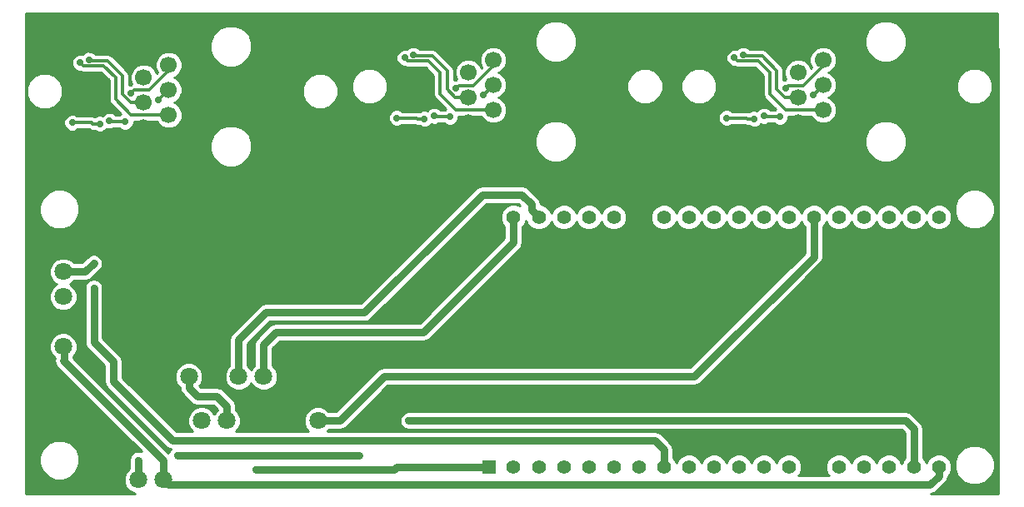
<source format=gbl>
G04 #@! TF.FileFunction,Copper,L2,Bot,Signal*
%FSLAX46Y46*%
G04 Gerber Fmt 4.6, Leading zero omitted, Abs format (unit mm)*
G04 Created by KiCad (PCBNEW 4.0.7) date 11/21/18 11:39:18*
%MOMM*%
%LPD*%
G01*
G04 APERTURE LIST*
%ADD10C,0.150000*%
%ADD11C,0.600000*%
%ADD12R,2.499360X2.499360*%
%ADD13C,1.700000*%
%ADD14C,1.800000*%
%ADD15C,1.397000*%
%ADD16R,1.397000X1.397000*%
%ADD17C,0.700000*%
%ADD18C,0.300000*%
%ADD19C,0.800000*%
%ADD20C,0.500000*%
%ADD21C,0.254000*%
G04 APERTURE END LIST*
D10*
D11*
X83000000Y-111000000D03*
X83762000Y-110238000D03*
X82238000Y-110238000D03*
X83762000Y-111762000D03*
X82238000Y-111762000D03*
D12*
X83000000Y-111000000D03*
D11*
X106900000Y-104300000D03*
X107900000Y-104300000D03*
X106900000Y-105500000D03*
X107900000Y-105500000D03*
X106900000Y-106500000D03*
X107900000Y-106500000D03*
X106900000Y-107500000D03*
X107900000Y-107500000D03*
X106900000Y-114500000D03*
X107900000Y-114500000D03*
X106900000Y-115500000D03*
X107900000Y-115500000D03*
X106900000Y-116500000D03*
X107900000Y-116500000D03*
X106900000Y-117500000D03*
X107900000Y-117500000D03*
X105800000Y-117500000D03*
X104800000Y-117500000D03*
X105800000Y-116500000D03*
X104800000Y-116500000D03*
X105800000Y-115500000D03*
X104800000Y-115500000D03*
X105800000Y-114500000D03*
X104800000Y-114500000D03*
X105800000Y-107500000D03*
X104800000Y-107500000D03*
X105800000Y-106500000D03*
X104800000Y-106500000D03*
X105800000Y-105500000D03*
X104800000Y-105500000D03*
X105800000Y-104300000D03*
X104800000Y-104300000D03*
X100700000Y-104300000D03*
X101700000Y-104300000D03*
X100700000Y-105500000D03*
X101700000Y-105500000D03*
X100700000Y-106500000D03*
X101700000Y-106500000D03*
X100700000Y-107500000D03*
X101700000Y-107500000D03*
X100700000Y-108500000D03*
X101700000Y-108500000D03*
X100700000Y-109500000D03*
X101700000Y-109500000D03*
X100700000Y-110500000D03*
X101700000Y-110500000D03*
X100700000Y-111500000D03*
X101700000Y-111500000D03*
X100700000Y-112500000D03*
X101700000Y-112500000D03*
X100700000Y-113500000D03*
X101700000Y-113500000D03*
X100700000Y-114500000D03*
X101700000Y-114500000D03*
X100700000Y-115500000D03*
X101700000Y-115500000D03*
X100700000Y-116500000D03*
X101700000Y-116500000D03*
X100700000Y-117500000D03*
X101700000Y-117500000D03*
X103800000Y-117500000D03*
X102800000Y-117500000D03*
X103800000Y-116500000D03*
X102800000Y-116500000D03*
X103800000Y-115500000D03*
X102800000Y-115500000D03*
X103800000Y-114500000D03*
X102800000Y-114500000D03*
X102800000Y-113500000D03*
X102800000Y-112500000D03*
X102800000Y-111500000D03*
X102800000Y-110500000D03*
X102800000Y-109500000D03*
X102800000Y-108500000D03*
X103800000Y-107500000D03*
X102800000Y-107500000D03*
X103800000Y-106500000D03*
X102800000Y-106500000D03*
X103800000Y-105500000D03*
X102800000Y-105500000D03*
X103800000Y-104300000D03*
X102800000Y-104300000D03*
D13*
X88060000Y-114675000D03*
X88060000Y-112135000D03*
X88060000Y-109595000D03*
X90600000Y-110865000D03*
X90600000Y-108325000D03*
X90600000Y-113405000D03*
D11*
X78600000Y-115000000D03*
X78600000Y-116000000D03*
X78600000Y-117000000D03*
X78600000Y-118000000D03*
X77500000Y-118000000D03*
X76500000Y-118000000D03*
X77500000Y-117000000D03*
X76500000Y-117000000D03*
X77500000Y-116000000D03*
X76500000Y-116000000D03*
X77500000Y-115000000D03*
X76500000Y-115000000D03*
X76800000Y-105600000D03*
X77800000Y-105600000D03*
X76800000Y-106600000D03*
X77800000Y-106600000D03*
X76800000Y-107600000D03*
X77800000Y-107600000D03*
X76800000Y-108600000D03*
X77800000Y-108600000D03*
X78900000Y-108600000D03*
X78900000Y-107600000D03*
X78900000Y-106600000D03*
X78900000Y-105600000D03*
D14*
X103240160Y-144500000D03*
X105780160Y-144500000D03*
X93960000Y-144500000D03*
X96500000Y-144500000D03*
X99040000Y-144500000D03*
X84960000Y-150500000D03*
X87500000Y-150500000D03*
X90040000Y-150500000D03*
D15*
X166320000Y-123800000D03*
X168860000Y-123800000D03*
X163780000Y-123800000D03*
X161240000Y-123800000D03*
X158700000Y-123800000D03*
X158700000Y-149200000D03*
X161240000Y-149200000D03*
X163780000Y-149200000D03*
X168860000Y-149200000D03*
X166350000Y-149200000D03*
X140920000Y-123800000D03*
X143460000Y-123800000D03*
X138380000Y-123800000D03*
X135840000Y-123800000D03*
X133300000Y-123800000D03*
X130760000Y-123800000D03*
X128220000Y-123800000D03*
X125650000Y-123800000D03*
X146000000Y-123800000D03*
X148540000Y-123800000D03*
X151080000Y-123800000D03*
X156160000Y-123800000D03*
X153620000Y-123800000D03*
X153620000Y-149200000D03*
X156160000Y-149200000D03*
X151080000Y-149200000D03*
X148540000Y-149200000D03*
X146000000Y-149200000D03*
X123140000Y-123800000D03*
D16*
X123140000Y-149200000D03*
D15*
X125650000Y-149200000D03*
X128220000Y-149200000D03*
X130760000Y-149200000D03*
X133300000Y-149200000D03*
X135840000Y-149200000D03*
X138380000Y-149200000D03*
X143460000Y-149200000D03*
X140920000Y-149200000D03*
D14*
X92650000Y-140000000D03*
X95190000Y-140000000D03*
X100259840Y-140000000D03*
X97719840Y-140000000D03*
X79900000Y-129350000D03*
X79900000Y-131890000D03*
X79900000Y-136959840D03*
X79900000Y-134419840D03*
D11*
X145400000Y-105100000D03*
X145400000Y-106100000D03*
X145400000Y-107100000D03*
X145400000Y-108100000D03*
X144300000Y-108100000D03*
X143300000Y-108100000D03*
X144300000Y-107100000D03*
X143300000Y-107100000D03*
X144300000Y-106100000D03*
X143300000Y-106100000D03*
X144300000Y-105100000D03*
X143300000Y-105100000D03*
X143000000Y-114500000D03*
X144000000Y-114500000D03*
X143000000Y-115500000D03*
X144000000Y-115500000D03*
X143000000Y-116500000D03*
X144000000Y-116500000D03*
X143000000Y-117500000D03*
X144000000Y-117500000D03*
X145100000Y-117500000D03*
X145100000Y-116500000D03*
X145100000Y-115500000D03*
X145100000Y-114500000D03*
D13*
X154560000Y-114175000D03*
X154560000Y-111635000D03*
X154560000Y-109095000D03*
X157100000Y-110365000D03*
X157100000Y-107825000D03*
X157100000Y-112905000D03*
D11*
X169300000Y-103800000D03*
X170300000Y-103800000D03*
X169300000Y-105000000D03*
X170300000Y-105000000D03*
X169300000Y-106000000D03*
X170300000Y-106000000D03*
X169300000Y-107000000D03*
X170300000Y-107000000D03*
X169300000Y-108000000D03*
X169300000Y-109000000D03*
X169300000Y-110000000D03*
X169300000Y-111000000D03*
X169300000Y-112000000D03*
X169300000Y-113000000D03*
X169300000Y-114000000D03*
X170300000Y-114000000D03*
X169300000Y-115000000D03*
X170300000Y-115000000D03*
X169300000Y-116000000D03*
X170300000Y-116000000D03*
X169300000Y-117000000D03*
X170300000Y-117000000D03*
X168200000Y-117000000D03*
X167200000Y-117000000D03*
X168200000Y-116000000D03*
X167200000Y-116000000D03*
X168200000Y-115000000D03*
X167200000Y-115000000D03*
X168200000Y-114000000D03*
X167200000Y-114000000D03*
X168200000Y-113000000D03*
X167200000Y-113000000D03*
X168200000Y-112000000D03*
X167200000Y-112000000D03*
X168200000Y-111000000D03*
X167200000Y-111000000D03*
X168200000Y-110000000D03*
X167200000Y-110000000D03*
X168200000Y-109000000D03*
X167200000Y-109000000D03*
X168200000Y-108000000D03*
X167200000Y-108000000D03*
X168200000Y-107000000D03*
X167200000Y-107000000D03*
X168200000Y-106000000D03*
X167200000Y-106000000D03*
X168200000Y-105000000D03*
X167200000Y-105000000D03*
X168200000Y-103800000D03*
X167200000Y-103800000D03*
X171300000Y-103800000D03*
X172300000Y-103800000D03*
X171300000Y-105000000D03*
X172300000Y-105000000D03*
X171300000Y-106000000D03*
X172300000Y-106000000D03*
X171300000Y-107000000D03*
X172300000Y-107000000D03*
X171300000Y-114000000D03*
X172300000Y-114000000D03*
X171300000Y-115000000D03*
X172300000Y-115000000D03*
X171300000Y-116000000D03*
X172300000Y-116000000D03*
X171300000Y-117000000D03*
X172300000Y-117000000D03*
X174400000Y-117000000D03*
X173400000Y-117000000D03*
X174400000Y-116000000D03*
X173400000Y-116000000D03*
X174400000Y-115000000D03*
X173400000Y-115000000D03*
X174400000Y-114000000D03*
X173400000Y-114000000D03*
X174400000Y-107000000D03*
X173400000Y-107000000D03*
X174400000Y-106000000D03*
X173400000Y-106000000D03*
X174400000Y-105000000D03*
X173400000Y-105000000D03*
X174400000Y-103800000D03*
X173400000Y-103800000D03*
X149500000Y-110500000D03*
X150262000Y-109738000D03*
X148738000Y-109738000D03*
X150262000Y-111262000D03*
X148738000Y-111262000D03*
D12*
X149500000Y-110500000D03*
D11*
X111900000Y-105100000D03*
X111900000Y-106100000D03*
X111900000Y-107100000D03*
X111900000Y-108100000D03*
X110800000Y-108100000D03*
X109800000Y-108100000D03*
X110800000Y-107100000D03*
X109800000Y-107100000D03*
X110800000Y-106100000D03*
X109800000Y-106100000D03*
X110800000Y-105100000D03*
X109800000Y-105100000D03*
X109500000Y-114500000D03*
X110500000Y-114500000D03*
X109500000Y-115500000D03*
X110500000Y-115500000D03*
X109500000Y-116500000D03*
X110500000Y-116500000D03*
X109500000Y-117500000D03*
X110500000Y-117500000D03*
X111600000Y-117500000D03*
X111600000Y-116500000D03*
X111600000Y-115500000D03*
X111600000Y-114500000D03*
D13*
X121060000Y-114175000D03*
X121060000Y-111635000D03*
X121060000Y-109095000D03*
X123600000Y-110365000D03*
X123600000Y-107825000D03*
X123600000Y-112905000D03*
D11*
X135800000Y-103800000D03*
X136800000Y-103800000D03*
X135800000Y-105000000D03*
X136800000Y-105000000D03*
X135800000Y-106000000D03*
X136800000Y-106000000D03*
X135800000Y-107000000D03*
X136800000Y-107000000D03*
X135800000Y-108000000D03*
X135800000Y-109000000D03*
X135800000Y-110000000D03*
X135800000Y-111000000D03*
X135800000Y-112000000D03*
X135800000Y-113000000D03*
X135800000Y-114000000D03*
X136800000Y-114000000D03*
X135800000Y-115000000D03*
X136800000Y-115000000D03*
X135800000Y-116000000D03*
X136800000Y-116000000D03*
X135800000Y-117000000D03*
X136800000Y-117000000D03*
X134700000Y-117000000D03*
X133700000Y-117000000D03*
X134700000Y-116000000D03*
X133700000Y-116000000D03*
X134700000Y-115000000D03*
X133700000Y-115000000D03*
X134700000Y-114000000D03*
X133700000Y-114000000D03*
X134700000Y-113000000D03*
X133700000Y-113000000D03*
X134700000Y-112000000D03*
X133700000Y-112000000D03*
X134700000Y-111000000D03*
X133700000Y-111000000D03*
X134700000Y-110000000D03*
X133700000Y-110000000D03*
X134700000Y-109000000D03*
X133700000Y-109000000D03*
X134700000Y-108000000D03*
X133700000Y-108000000D03*
X134700000Y-107000000D03*
X133700000Y-107000000D03*
X134700000Y-106000000D03*
X133700000Y-106000000D03*
X134700000Y-105000000D03*
X133700000Y-105000000D03*
X134700000Y-103800000D03*
X133700000Y-103800000D03*
X137800000Y-103800000D03*
X138800000Y-103800000D03*
X137800000Y-105000000D03*
X138800000Y-105000000D03*
X137800000Y-106000000D03*
X138800000Y-106000000D03*
X137800000Y-107000000D03*
X138800000Y-107000000D03*
X137800000Y-114000000D03*
X138800000Y-114000000D03*
X137800000Y-115000000D03*
X138800000Y-115000000D03*
X137800000Y-116000000D03*
X138800000Y-116000000D03*
X137800000Y-117000000D03*
X138800000Y-117000000D03*
X140900000Y-117000000D03*
X139900000Y-117000000D03*
X140900000Y-116000000D03*
X139900000Y-116000000D03*
X140900000Y-115000000D03*
X139900000Y-115000000D03*
X140900000Y-114000000D03*
X139900000Y-114000000D03*
X140900000Y-107000000D03*
X139900000Y-107000000D03*
X140900000Y-106000000D03*
X139900000Y-106000000D03*
X140900000Y-105000000D03*
X139900000Y-105000000D03*
X140900000Y-103800000D03*
X139900000Y-103800000D03*
X116000000Y-110500000D03*
X116762000Y-109738000D03*
X115238000Y-109738000D03*
X116762000Y-111262000D03*
X115238000Y-111262000D03*
D12*
X116000000Y-110500000D03*
D17*
X81600000Y-108100000D03*
X148100000Y-107600000D03*
X114600000Y-107600000D03*
X82500000Y-107800000D03*
X149000000Y-107300000D03*
X115500000Y-107300000D03*
X99500000Y-149500000D03*
X83000000Y-131000000D03*
X109000000Y-146500000D03*
X115000000Y-144500000D03*
X91500000Y-148000000D03*
X110000000Y-148000000D03*
X87500000Y-148500000D03*
X83000000Y-128500000D03*
X80800000Y-114200000D03*
X83600000Y-114300000D03*
X86800000Y-111200000D03*
X153300000Y-110700000D03*
X150100000Y-113800000D03*
X147300000Y-113700000D03*
X119800000Y-110700000D03*
X116600000Y-113800000D03*
X113800000Y-113700000D03*
X84600000Y-114000000D03*
X86200000Y-114100000D03*
X89600000Y-111900000D03*
X156100000Y-111400000D03*
X152700000Y-113600000D03*
X151100000Y-113500000D03*
X122600000Y-111400000D03*
X119200000Y-113600000D03*
X117600000Y-113500000D03*
D18*
X81600000Y-108100000D02*
X81900000Y-108400000D01*
X81900000Y-108400000D02*
X84000000Y-108400000D01*
X84000000Y-108400000D02*
X85200000Y-109600000D01*
X85200000Y-109600000D02*
X85200000Y-111800000D01*
X85200000Y-111800000D02*
X86800000Y-113400000D01*
X86800000Y-113400000D02*
X90595000Y-113400000D01*
X90595000Y-113400000D02*
X90600000Y-113405000D01*
D19*
X100259840Y-140000000D02*
X100259840Y-136740160D01*
X125650000Y-126350000D02*
X125650000Y-123800000D01*
X116500000Y-135500000D02*
X125650000Y-126350000D01*
X101500000Y-135500000D02*
X116500000Y-135500000D01*
X100259840Y-136740160D02*
X101500000Y-135500000D01*
D18*
X157095000Y-112900000D02*
X157100000Y-112905000D01*
X153300000Y-112900000D02*
X157095000Y-112900000D01*
X151700000Y-111300000D02*
X153300000Y-112900000D01*
X151700000Y-109100000D02*
X151700000Y-111300000D01*
X150500000Y-107900000D02*
X151700000Y-109100000D01*
X148400000Y-107900000D02*
X150500000Y-107900000D01*
X148100000Y-107600000D02*
X148400000Y-107900000D01*
X123595000Y-112900000D02*
X123600000Y-112905000D01*
X119800000Y-112900000D02*
X123595000Y-112900000D01*
X118200000Y-111300000D02*
X119800000Y-112900000D01*
X118200000Y-109100000D02*
X118200000Y-111300000D01*
X117000000Y-107900000D02*
X118200000Y-109100000D01*
X114900000Y-107900000D02*
X117000000Y-107900000D01*
X114600000Y-107600000D02*
X114900000Y-107900000D01*
X82500000Y-107800000D02*
X82600000Y-107900000D01*
X82600000Y-107900000D02*
X84400000Y-107900000D01*
X84400000Y-107900000D02*
X85900000Y-109400000D01*
X85900000Y-109400000D02*
X85900000Y-111300000D01*
X85900000Y-111300000D02*
X86735000Y-112135000D01*
X86735000Y-112135000D02*
X88060000Y-112135000D01*
D19*
X97719840Y-140000000D02*
X97719840Y-136280160D01*
X127500000Y-123080000D02*
X128220000Y-123800000D01*
X127500000Y-122500000D02*
X127500000Y-123080000D01*
X126500000Y-121500000D02*
X127500000Y-122500000D01*
X122500000Y-121500000D02*
X126500000Y-121500000D01*
X120000000Y-124000000D02*
X122500000Y-121500000D01*
X110500000Y-133500000D02*
X120000000Y-124000000D01*
X100500000Y-133500000D02*
X110500000Y-133500000D01*
X97719840Y-136280160D02*
X100500000Y-133500000D01*
D18*
X153235000Y-111635000D02*
X154560000Y-111635000D01*
X152400000Y-110800000D02*
X153235000Y-111635000D01*
X152400000Y-108900000D02*
X152400000Y-110800000D01*
X150900000Y-107400000D02*
X152400000Y-108900000D01*
X149100000Y-107400000D02*
X150900000Y-107400000D01*
X149000000Y-107300000D02*
X149100000Y-107400000D01*
X119735000Y-111635000D02*
X121060000Y-111635000D01*
X118900000Y-110800000D02*
X119735000Y-111635000D01*
X118900000Y-108900000D02*
X118900000Y-110800000D01*
X117400000Y-107400000D02*
X118900000Y-108900000D01*
X115600000Y-107400000D02*
X117400000Y-107400000D01*
X115500000Y-107300000D02*
X115600000Y-107400000D01*
D19*
X156160000Y-123800000D02*
X156160000Y-127840000D01*
X156160000Y-127840000D02*
X144000000Y-140000000D01*
X144000000Y-140000000D02*
X130000000Y-140000000D01*
X108000000Y-144500000D02*
X112500000Y-140000000D01*
X112500000Y-140000000D02*
X130000000Y-140000000D01*
X108000000Y-144500000D02*
X105780160Y-144500000D01*
X105780160Y-144719840D02*
X105780160Y-144500000D01*
X96500000Y-144500000D02*
X96500000Y-143000000D01*
X92650000Y-141150000D02*
X92650000Y-140000000D01*
X93500000Y-142000000D02*
X92650000Y-141150000D01*
X95500000Y-142000000D02*
X93500000Y-142000000D01*
X96500000Y-143000000D02*
X95500000Y-142000000D01*
X123140000Y-149200000D02*
X113800000Y-149200000D01*
X113800000Y-149200000D02*
X113500000Y-149500000D01*
X113500000Y-149500000D02*
X99500000Y-149500000D01*
X113800000Y-149200000D02*
X113500000Y-149500000D01*
X123140000Y-149200000D02*
X123140000Y-149360000D01*
X80000000Y-138500000D02*
X80000000Y-137059840D01*
X80000000Y-137059840D02*
X79900000Y-136959840D01*
X168860000Y-149200000D02*
X168860000Y-150140000D01*
X168860000Y-150140000D02*
X168000000Y-151000000D01*
X168000000Y-151000000D02*
X90540000Y-151000000D01*
X90540000Y-151000000D02*
X90040000Y-150500000D01*
X168860000Y-149200000D02*
X168860000Y-149640000D01*
X168860000Y-150140000D02*
X168000000Y-151000000D01*
X90540000Y-151000000D02*
X90040000Y-150500000D01*
X90040000Y-150500000D02*
X90040000Y-148540000D01*
X90040000Y-148540000D02*
X80000000Y-138500000D01*
X80000000Y-138500000D02*
X79900000Y-138400000D01*
X140920000Y-149200000D02*
X140920000Y-147420000D01*
X140920000Y-147420000D02*
X140000000Y-146500000D01*
X140000000Y-146500000D02*
X109000000Y-146500000D01*
X83000000Y-136500000D02*
X83000000Y-131000000D01*
X85000000Y-138500000D02*
X83000000Y-136500000D01*
X85000000Y-140500000D02*
X85000000Y-138500000D01*
X91000000Y-146500000D02*
X85000000Y-140500000D01*
X109000000Y-146500000D02*
X91000000Y-146500000D01*
X166350000Y-145500000D02*
X166350000Y-149200000D01*
D20*
X166350000Y-145500000D02*
X166350000Y-145350000D01*
D19*
X163500000Y-144500000D02*
X165500000Y-144500000D01*
X140500000Y-144500000D02*
X163500000Y-144500000D01*
X165500000Y-144500000D02*
X166350000Y-145350000D01*
X115000000Y-144500000D02*
X140500000Y-144500000D01*
X91500000Y-148000000D02*
X110000000Y-148000000D01*
X87500000Y-148500000D02*
X87500000Y-150500000D01*
X79900000Y-129350000D02*
X82150000Y-129350000D01*
X82150000Y-129350000D02*
X83000000Y-128500000D01*
D18*
X80800000Y-114200000D02*
X82800000Y-114200000D01*
X82800000Y-114200000D02*
X82900000Y-114300000D01*
X82900000Y-114300000D02*
X83600000Y-114300000D01*
X88600000Y-110900000D02*
X87100000Y-110900000D01*
X87100000Y-110900000D02*
X86800000Y-111200000D01*
X90600000Y-108900000D02*
X88600000Y-110900000D01*
X90600000Y-108325000D02*
X90600000Y-108900000D01*
X157100000Y-107825000D02*
X157100000Y-108400000D01*
X157100000Y-108400000D02*
X155100000Y-110400000D01*
X153600000Y-110400000D02*
X153300000Y-110700000D01*
X155100000Y-110400000D02*
X153600000Y-110400000D01*
X149400000Y-113800000D02*
X150100000Y-113800000D01*
X149300000Y-113700000D02*
X149400000Y-113800000D01*
X147300000Y-113700000D02*
X149300000Y-113700000D01*
X123600000Y-107825000D02*
X123600000Y-108400000D01*
X123600000Y-108400000D02*
X121600000Y-110400000D01*
X120100000Y-110400000D02*
X119800000Y-110700000D01*
X121600000Y-110400000D02*
X120100000Y-110400000D01*
X115900000Y-113800000D02*
X116600000Y-113800000D01*
X115800000Y-113700000D02*
X115900000Y-113800000D01*
X113800000Y-113700000D02*
X115800000Y-113700000D01*
X84600000Y-114000000D02*
X84700000Y-114100000D01*
X84700000Y-114100000D02*
X86200000Y-114100000D01*
X90600000Y-110900000D02*
X90600000Y-110865000D01*
X89600000Y-111900000D02*
X90600000Y-110900000D01*
X156100000Y-111400000D02*
X157100000Y-110400000D01*
X157100000Y-110400000D02*
X157100000Y-110365000D01*
X151200000Y-113600000D02*
X152700000Y-113600000D01*
X151100000Y-113500000D02*
X151200000Y-113600000D01*
X122600000Y-111400000D02*
X123600000Y-110400000D01*
X123600000Y-110400000D02*
X123600000Y-110365000D01*
X117700000Y-113600000D02*
X119200000Y-113600000D01*
X117600000Y-113500000D02*
X117700000Y-113600000D01*
D21*
G36*
X174923000Y-110095482D02*
X174923000Y-151923000D01*
X168020109Y-151923000D01*
X168354748Y-151856436D01*
X168655488Y-151655488D01*
X169515488Y-150795488D01*
X169716437Y-150494747D01*
X169785133Y-150149386D01*
X169983049Y-149951816D01*
X170185269Y-149464815D01*
X170185324Y-149401426D01*
X170472649Y-149401426D01*
X170780591Y-150146703D01*
X171350298Y-150717405D01*
X172095036Y-151026647D01*
X172901426Y-151027351D01*
X173646703Y-150719409D01*
X174217405Y-150149702D01*
X174526647Y-149404964D01*
X174527351Y-148598574D01*
X174219409Y-147853297D01*
X173649702Y-147282595D01*
X172904964Y-146973353D01*
X172098574Y-146972649D01*
X171353297Y-147280591D01*
X170782595Y-147850298D01*
X170473353Y-148595036D01*
X170472649Y-149401426D01*
X170185324Y-149401426D01*
X170185730Y-148937498D01*
X169984359Y-148450146D01*
X169611816Y-148076951D01*
X169124815Y-147874731D01*
X168597498Y-147874270D01*
X168110146Y-148075641D01*
X167736951Y-148448184D01*
X167604925Y-148766138D01*
X167474359Y-148450146D01*
X167277000Y-148252442D01*
X167277000Y-145500000D01*
X167262082Y-145425000D01*
X167277000Y-145350000D01*
X167206437Y-144995253D01*
X167005488Y-144694512D01*
X166155488Y-143844512D01*
X165854748Y-143643564D01*
X165500000Y-143573000D01*
X115000000Y-143573000D01*
X114645252Y-143643564D01*
X114344512Y-143844512D01*
X114143564Y-144145252D01*
X114073000Y-144500000D01*
X114143564Y-144854748D01*
X114344512Y-145155488D01*
X114645252Y-145356436D01*
X115000000Y-145427000D01*
X165116024Y-145427000D01*
X165423000Y-145733976D01*
X165423000Y-148252478D01*
X165226951Y-148448184D01*
X165064851Y-148838564D01*
X164904359Y-148450146D01*
X164531816Y-148076951D01*
X164044815Y-147874731D01*
X163517498Y-147874270D01*
X163030146Y-148075641D01*
X162656951Y-148448184D01*
X162509888Y-148802351D01*
X162364359Y-148450146D01*
X161991816Y-148076951D01*
X161504815Y-147874731D01*
X160977498Y-147874270D01*
X160490146Y-148075641D01*
X160116951Y-148448184D01*
X159969888Y-148802351D01*
X159824359Y-148450146D01*
X159451816Y-148076951D01*
X158964815Y-147874731D01*
X158437498Y-147874270D01*
X157950146Y-148075641D01*
X157576951Y-148448184D01*
X157374731Y-148935185D01*
X157374270Y-149462502D01*
X157575641Y-149949854D01*
X157698572Y-150073000D01*
X154621653Y-150073000D01*
X154743049Y-149951816D01*
X154945269Y-149464815D01*
X154945730Y-148937498D01*
X154744359Y-148450146D01*
X154371816Y-148076951D01*
X153884815Y-147874731D01*
X153357498Y-147874270D01*
X152870146Y-148075641D01*
X152496951Y-148448184D01*
X152349888Y-148802351D01*
X152204359Y-148450146D01*
X151831816Y-148076951D01*
X151344815Y-147874731D01*
X150817498Y-147874270D01*
X150330146Y-148075641D01*
X149956951Y-148448184D01*
X149809888Y-148802351D01*
X149664359Y-148450146D01*
X149291816Y-148076951D01*
X148804815Y-147874731D01*
X148277498Y-147874270D01*
X147790146Y-148075641D01*
X147416951Y-148448184D01*
X147269888Y-148802351D01*
X147124359Y-148450146D01*
X146751816Y-148076951D01*
X146264815Y-147874731D01*
X145737498Y-147874270D01*
X145250146Y-148075641D01*
X144876951Y-148448184D01*
X144729888Y-148802351D01*
X144584359Y-148450146D01*
X144211816Y-148076951D01*
X143724815Y-147874731D01*
X143197498Y-147874270D01*
X142710146Y-148075641D01*
X142336951Y-148448184D01*
X142189888Y-148802351D01*
X142044359Y-148450146D01*
X141847000Y-148252442D01*
X141847000Y-147420000D01*
X141776436Y-147065252D01*
X141575488Y-146764512D01*
X140655488Y-145844512D01*
X140354748Y-145643564D01*
X140000000Y-145573000D01*
X106725132Y-145573000D01*
X106871387Y-145427000D01*
X108000000Y-145427000D01*
X108354748Y-145356436D01*
X108655488Y-145155488D01*
X112883976Y-140927000D01*
X144000000Y-140927000D01*
X144354748Y-140856436D01*
X144655488Y-140655488D01*
X156815488Y-128495488D01*
X156929545Y-128324789D01*
X157016436Y-128194748D01*
X157087000Y-127840000D01*
X157087000Y-124747522D01*
X157283049Y-124551816D01*
X157430112Y-124197649D01*
X157575641Y-124549854D01*
X157948184Y-124923049D01*
X158435185Y-125125269D01*
X158962502Y-125125730D01*
X159449854Y-124924359D01*
X159823049Y-124551816D01*
X159970112Y-124197649D01*
X160115641Y-124549854D01*
X160488184Y-124923049D01*
X160975185Y-125125269D01*
X161502502Y-125125730D01*
X161989854Y-124924359D01*
X162363049Y-124551816D01*
X162510112Y-124197649D01*
X162655641Y-124549854D01*
X163028184Y-124923049D01*
X163515185Y-125125269D01*
X164042502Y-125125730D01*
X164529854Y-124924359D01*
X164903049Y-124551816D01*
X165050112Y-124197649D01*
X165195641Y-124549854D01*
X165568184Y-124923049D01*
X166055185Y-125125269D01*
X166582502Y-125125730D01*
X167069854Y-124924359D01*
X167443049Y-124551816D01*
X167590112Y-124197649D01*
X167735641Y-124549854D01*
X168108184Y-124923049D01*
X168595185Y-125125269D01*
X169122502Y-125125730D01*
X169609854Y-124924359D01*
X169983049Y-124551816D01*
X170185269Y-124064815D01*
X170185730Y-123537498D01*
X170129506Y-123401426D01*
X170472649Y-123401426D01*
X170780591Y-124146703D01*
X171350298Y-124717405D01*
X172095036Y-125026647D01*
X172901426Y-125027351D01*
X173646703Y-124719409D01*
X174217405Y-124149702D01*
X174526647Y-123404964D01*
X174527351Y-122598574D01*
X174219409Y-121853297D01*
X173649702Y-121282595D01*
X172904964Y-120973353D01*
X172098574Y-120972649D01*
X171353297Y-121280591D01*
X170782595Y-121850298D01*
X170473353Y-122595036D01*
X170472649Y-123401426D01*
X170129506Y-123401426D01*
X169984359Y-123050146D01*
X169611816Y-122676951D01*
X169124815Y-122474731D01*
X168597498Y-122474270D01*
X168110146Y-122675641D01*
X167736951Y-123048184D01*
X167589888Y-123402351D01*
X167444359Y-123050146D01*
X167071816Y-122676951D01*
X166584815Y-122474731D01*
X166057498Y-122474270D01*
X165570146Y-122675641D01*
X165196951Y-123048184D01*
X165049888Y-123402351D01*
X164904359Y-123050146D01*
X164531816Y-122676951D01*
X164044815Y-122474731D01*
X163517498Y-122474270D01*
X163030146Y-122675641D01*
X162656951Y-123048184D01*
X162509888Y-123402351D01*
X162364359Y-123050146D01*
X161991816Y-122676951D01*
X161504815Y-122474731D01*
X160977498Y-122474270D01*
X160490146Y-122675641D01*
X160116951Y-123048184D01*
X159969888Y-123402351D01*
X159824359Y-123050146D01*
X159451816Y-122676951D01*
X158964815Y-122474731D01*
X158437498Y-122474270D01*
X157950146Y-122675641D01*
X157576951Y-123048184D01*
X157429888Y-123402351D01*
X157284359Y-123050146D01*
X156911816Y-122676951D01*
X156424815Y-122474731D01*
X155897498Y-122474270D01*
X155410146Y-122675641D01*
X155036951Y-123048184D01*
X154889888Y-123402351D01*
X154744359Y-123050146D01*
X154371816Y-122676951D01*
X153884815Y-122474731D01*
X153357498Y-122474270D01*
X152870146Y-122675641D01*
X152496951Y-123048184D01*
X152349888Y-123402351D01*
X152204359Y-123050146D01*
X151831816Y-122676951D01*
X151344815Y-122474731D01*
X150817498Y-122474270D01*
X150330146Y-122675641D01*
X149956951Y-123048184D01*
X149809888Y-123402351D01*
X149664359Y-123050146D01*
X149291816Y-122676951D01*
X148804815Y-122474731D01*
X148277498Y-122474270D01*
X147790146Y-122675641D01*
X147416951Y-123048184D01*
X147269888Y-123402351D01*
X147124359Y-123050146D01*
X146751816Y-122676951D01*
X146264815Y-122474731D01*
X145737498Y-122474270D01*
X145250146Y-122675641D01*
X144876951Y-123048184D01*
X144729888Y-123402351D01*
X144584359Y-123050146D01*
X144211816Y-122676951D01*
X143724815Y-122474731D01*
X143197498Y-122474270D01*
X142710146Y-122675641D01*
X142336951Y-123048184D01*
X142189888Y-123402351D01*
X142044359Y-123050146D01*
X141671816Y-122676951D01*
X141184815Y-122474731D01*
X140657498Y-122474270D01*
X140170146Y-122675641D01*
X139796951Y-123048184D01*
X139594731Y-123535185D01*
X139594270Y-124062502D01*
X139795641Y-124549854D01*
X140168184Y-124923049D01*
X140655185Y-125125269D01*
X141182502Y-125125730D01*
X141669854Y-124924359D01*
X142043049Y-124551816D01*
X142190112Y-124197649D01*
X142335641Y-124549854D01*
X142708184Y-124923049D01*
X143195185Y-125125269D01*
X143722502Y-125125730D01*
X144209854Y-124924359D01*
X144583049Y-124551816D01*
X144730112Y-124197649D01*
X144875641Y-124549854D01*
X145248184Y-124923049D01*
X145735185Y-125125269D01*
X146262502Y-125125730D01*
X146749854Y-124924359D01*
X147123049Y-124551816D01*
X147270112Y-124197649D01*
X147415641Y-124549854D01*
X147788184Y-124923049D01*
X148275185Y-125125269D01*
X148802502Y-125125730D01*
X149289854Y-124924359D01*
X149663049Y-124551816D01*
X149810112Y-124197649D01*
X149955641Y-124549854D01*
X150328184Y-124923049D01*
X150815185Y-125125269D01*
X151342502Y-125125730D01*
X151829854Y-124924359D01*
X152203049Y-124551816D01*
X152350112Y-124197649D01*
X152495641Y-124549854D01*
X152868184Y-124923049D01*
X153355185Y-125125269D01*
X153882502Y-125125730D01*
X154369854Y-124924359D01*
X154743049Y-124551816D01*
X154890112Y-124197649D01*
X155035641Y-124549854D01*
X155233000Y-124747558D01*
X155233000Y-127456024D01*
X143616024Y-139073000D01*
X112500000Y-139073000D01*
X112145252Y-139143564D01*
X111844512Y-139344512D01*
X107616024Y-143573000D01*
X106871101Y-143573000D01*
X106589546Y-143290953D01*
X106065253Y-143073248D01*
X105497557Y-143072752D01*
X104972885Y-143289543D01*
X104571113Y-143690614D01*
X104353408Y-144214907D01*
X104352912Y-144782603D01*
X104569703Y-145307275D01*
X104834964Y-145573000D01*
X97444972Y-145573000D01*
X97709047Y-145309386D01*
X97926752Y-144785093D01*
X97927248Y-144217397D01*
X97710457Y-143692725D01*
X97427000Y-143408773D01*
X97427000Y-143000000D01*
X97356437Y-142645253D01*
X97155488Y-142344512D01*
X96155488Y-141344512D01*
X95952750Y-141209047D01*
X95854748Y-141143564D01*
X95500000Y-141073000D01*
X93883976Y-141073000D01*
X93739600Y-140928624D01*
X93859047Y-140809386D01*
X94076752Y-140285093D01*
X94076754Y-140282603D01*
X96292592Y-140282603D01*
X96509383Y-140807275D01*
X96910454Y-141209047D01*
X97434747Y-141426752D01*
X98002443Y-141427248D01*
X98527115Y-141210457D01*
X98928887Y-140809386D01*
X98989721Y-140662882D01*
X99049383Y-140807275D01*
X99450454Y-141209047D01*
X99974747Y-141426752D01*
X100542443Y-141427248D01*
X101067115Y-141210457D01*
X101468887Y-140809386D01*
X101686592Y-140285093D01*
X101687088Y-139717397D01*
X101470297Y-139192725D01*
X101186840Y-138908773D01*
X101186840Y-137124136D01*
X101883976Y-136427000D01*
X116500000Y-136427000D01*
X116854748Y-136356436D01*
X117155488Y-136155488D01*
X126305488Y-127005488D01*
X126367286Y-126913000D01*
X126506436Y-126704748D01*
X126577000Y-126350000D01*
X126577000Y-124747522D01*
X126773049Y-124551816D01*
X126935149Y-124161436D01*
X127095641Y-124549854D01*
X127468184Y-124923049D01*
X127955185Y-125125269D01*
X128482502Y-125125730D01*
X128969854Y-124924359D01*
X129343049Y-124551816D01*
X129490112Y-124197649D01*
X129635641Y-124549854D01*
X130008184Y-124923049D01*
X130495185Y-125125269D01*
X131022502Y-125125730D01*
X131509854Y-124924359D01*
X131883049Y-124551816D01*
X132030112Y-124197649D01*
X132175641Y-124549854D01*
X132548184Y-124923049D01*
X133035185Y-125125269D01*
X133562502Y-125125730D01*
X134049854Y-124924359D01*
X134423049Y-124551816D01*
X134570112Y-124197649D01*
X134715641Y-124549854D01*
X135088184Y-124923049D01*
X135575185Y-125125269D01*
X136102502Y-125125730D01*
X136589854Y-124924359D01*
X136963049Y-124551816D01*
X137165269Y-124064815D01*
X137165730Y-123537498D01*
X136964359Y-123050146D01*
X136591816Y-122676951D01*
X136104815Y-122474731D01*
X135577498Y-122474270D01*
X135090146Y-122675641D01*
X134716951Y-123048184D01*
X134569888Y-123402351D01*
X134424359Y-123050146D01*
X134051816Y-122676951D01*
X133564815Y-122474731D01*
X133037498Y-122474270D01*
X132550146Y-122675641D01*
X132176951Y-123048184D01*
X132029888Y-123402351D01*
X131884359Y-123050146D01*
X131511816Y-122676951D01*
X131024815Y-122474731D01*
X130497498Y-122474270D01*
X130010146Y-122675641D01*
X129636951Y-123048184D01*
X129489888Y-123402351D01*
X129344359Y-123050146D01*
X128971816Y-122676951D01*
X128484815Y-122474731D01*
X128421963Y-122474676D01*
X128421882Y-122474270D01*
X128356437Y-122145253D01*
X128155488Y-121844512D01*
X127155488Y-120844512D01*
X126854748Y-120643564D01*
X126500000Y-120573000D01*
X122500000Y-120573000D01*
X122145252Y-120643564D01*
X121844512Y-120844512D01*
X110116024Y-132573000D01*
X100500000Y-132573000D01*
X100145252Y-132643564D01*
X99844512Y-132844512D01*
X97064352Y-135624672D01*
X96863404Y-135925412D01*
X96792840Y-136280160D01*
X96792840Y-138909059D01*
X96510793Y-139190614D01*
X96293088Y-139714907D01*
X96292592Y-140282603D01*
X94076754Y-140282603D01*
X94077248Y-139717397D01*
X93860457Y-139192725D01*
X93459386Y-138790953D01*
X92935093Y-138573248D01*
X92367397Y-138572752D01*
X91842725Y-138789543D01*
X91440953Y-139190614D01*
X91223248Y-139714907D01*
X91222752Y-140282603D01*
X91439543Y-140807275D01*
X91723000Y-141091227D01*
X91723000Y-141150000D01*
X91793564Y-141504748D01*
X91994512Y-141805488D01*
X92844512Y-142655488D01*
X93145253Y-142856437D01*
X93500000Y-142927000D01*
X95116024Y-142927000D01*
X95573000Y-143383976D01*
X95573000Y-143409059D01*
X95290953Y-143690614D01*
X95230119Y-143837118D01*
X95170457Y-143692725D01*
X94769386Y-143290953D01*
X94245093Y-143073248D01*
X93677397Y-143072752D01*
X93152725Y-143289543D01*
X92750953Y-143690614D01*
X92533248Y-144214907D01*
X92532752Y-144782603D01*
X92749543Y-145307275D01*
X93014804Y-145573000D01*
X91383976Y-145573000D01*
X85927000Y-140116024D01*
X85927000Y-138500000D01*
X85856436Y-138145252D01*
X85655488Y-137844512D01*
X83927000Y-136116024D01*
X83927000Y-131000000D01*
X83856436Y-130645252D01*
X83655488Y-130344512D01*
X83354748Y-130143564D01*
X83000000Y-130073000D01*
X82645252Y-130143564D01*
X82344512Y-130344512D01*
X82143564Y-130645252D01*
X82073000Y-131000000D01*
X82073000Y-136500000D01*
X82143564Y-136854748D01*
X82280602Y-137059840D01*
X82344512Y-137155488D01*
X84073000Y-138883976D01*
X84073000Y-140500000D01*
X84143564Y-140854748D01*
X84289395Y-141073000D01*
X84344512Y-141155488D01*
X90344512Y-147155488D01*
X90645252Y-147356436D01*
X90814103Y-147390023D01*
X90643564Y-147645252D01*
X90612483Y-147801507D01*
X80927000Y-138116024D01*
X80927000Y-137950955D01*
X81109047Y-137769226D01*
X81326752Y-137244933D01*
X81327248Y-136677237D01*
X81110457Y-136152565D01*
X80709386Y-135750793D01*
X80185093Y-135533088D01*
X79617397Y-135532592D01*
X79092725Y-135749383D01*
X78690953Y-136150454D01*
X78473248Y-136674747D01*
X78472752Y-137242443D01*
X78689543Y-137767115D01*
X79030875Y-138109044D01*
X78973000Y-138400000D01*
X79043564Y-138754747D01*
X79244512Y-139055488D01*
X87827086Y-147638062D01*
X87500000Y-147573000D01*
X87145252Y-147643564D01*
X86844512Y-147844512D01*
X86643564Y-148145252D01*
X86573000Y-148500000D01*
X86573000Y-149409059D01*
X86290953Y-149690614D01*
X86073248Y-150214907D01*
X86072752Y-150782603D01*
X86289543Y-151307275D01*
X86690614Y-151709047D01*
X87205871Y-151923000D01*
X76077000Y-151923000D01*
X76077000Y-148901426D01*
X77472649Y-148901426D01*
X77780591Y-149646703D01*
X78350298Y-150217405D01*
X79095036Y-150526647D01*
X79901426Y-150527351D01*
X80646703Y-150219409D01*
X81217405Y-149649702D01*
X81526647Y-148904964D01*
X81527351Y-148098574D01*
X81219409Y-147353297D01*
X80649702Y-146782595D01*
X79904964Y-146473353D01*
X79098574Y-146472649D01*
X78353297Y-146780591D01*
X77782595Y-147350298D01*
X77473353Y-148095036D01*
X77472649Y-148901426D01*
X76077000Y-148901426D01*
X76077000Y-129632603D01*
X78472752Y-129632603D01*
X78689543Y-130157275D01*
X79090614Y-130559047D01*
X79237118Y-130619881D01*
X79092725Y-130679543D01*
X78690953Y-131080614D01*
X78473248Y-131604907D01*
X78472752Y-132172603D01*
X78689543Y-132697275D01*
X79090614Y-133099047D01*
X79614907Y-133316752D01*
X80182603Y-133317248D01*
X80707275Y-133100457D01*
X81109047Y-132699386D01*
X81326752Y-132175093D01*
X81327248Y-131607397D01*
X81110457Y-131082725D01*
X80709386Y-130680953D01*
X80562882Y-130620119D01*
X80707275Y-130560457D01*
X80991227Y-130277000D01*
X82150000Y-130277000D01*
X82504748Y-130206436D01*
X82805488Y-130005488D01*
X83655488Y-129155488D01*
X83856437Y-128854747D01*
X83927000Y-128500000D01*
X83856437Y-128145253D01*
X83655488Y-127844512D01*
X83354747Y-127643563D01*
X83000000Y-127573000D01*
X82645253Y-127643563D01*
X82344512Y-127844512D01*
X81766024Y-128423000D01*
X80990941Y-128423000D01*
X80709386Y-128140953D01*
X80185093Y-127923248D01*
X79617397Y-127922752D01*
X79092725Y-128139543D01*
X78690953Y-128540614D01*
X78473248Y-129064907D01*
X78472752Y-129632603D01*
X76077000Y-129632603D01*
X76077000Y-123401426D01*
X77472649Y-123401426D01*
X77780591Y-124146703D01*
X78350298Y-124717405D01*
X79095036Y-125026647D01*
X79901426Y-125027351D01*
X80646703Y-124719409D01*
X81217405Y-124149702D01*
X81526647Y-123404964D01*
X81527351Y-122598574D01*
X81219409Y-121853297D01*
X80649702Y-121282595D01*
X79904964Y-120973353D01*
X79098574Y-120972649D01*
X78353297Y-121280591D01*
X77782595Y-121850298D01*
X77473353Y-122595036D01*
X77472649Y-123401426D01*
X76077000Y-123401426D01*
X76077000Y-116999250D01*
X94832634Y-116999250D01*
X95154249Y-117777617D01*
X95749250Y-118373658D01*
X96527055Y-118696631D01*
X97369250Y-118697366D01*
X98147617Y-118375751D01*
X98743658Y-117780750D01*
X99066631Y-117002945D01*
X99067070Y-116499250D01*
X127832634Y-116499250D01*
X128154249Y-117277617D01*
X128749250Y-117873658D01*
X129527055Y-118196631D01*
X130369250Y-118197366D01*
X131147617Y-117875751D01*
X131743658Y-117280750D01*
X132066631Y-116502945D01*
X132066634Y-116499250D01*
X161332634Y-116499250D01*
X161654249Y-117277617D01*
X162249250Y-117873658D01*
X163027055Y-118196631D01*
X163869250Y-118197366D01*
X164647617Y-117875751D01*
X165243658Y-117280750D01*
X165566631Y-116502945D01*
X165567366Y-115660750D01*
X165245751Y-114882383D01*
X164650750Y-114286342D01*
X163872945Y-113963369D01*
X163030750Y-113962634D01*
X162252383Y-114284249D01*
X161656342Y-114879250D01*
X161333369Y-115657055D01*
X161332634Y-116499250D01*
X132066634Y-116499250D01*
X132067366Y-115660750D01*
X131745751Y-114882383D01*
X131150750Y-114286342D01*
X130372945Y-113963369D01*
X129530750Y-113962634D01*
X128752383Y-114284249D01*
X128156342Y-114879250D01*
X127833369Y-115657055D01*
X127832634Y-116499250D01*
X99067070Y-116499250D01*
X99067366Y-116160750D01*
X98745751Y-115382383D01*
X98150750Y-114786342D01*
X97372945Y-114463369D01*
X96530750Y-114462634D01*
X95752383Y-114784249D01*
X95156342Y-115379250D01*
X94833369Y-116157055D01*
X94832634Y-116999250D01*
X76077000Y-116999250D01*
X76077000Y-114373681D01*
X79922849Y-114373681D01*
X80056082Y-114696131D01*
X80302571Y-114943051D01*
X80624789Y-115076847D01*
X80973681Y-115077151D01*
X81296131Y-114943918D01*
X81363166Y-114877000D01*
X82568389Y-114877000D01*
X82640923Y-114925466D01*
X82900000Y-114977000D01*
X83036635Y-114977000D01*
X83102571Y-115043051D01*
X83424789Y-115176847D01*
X83773681Y-115177151D01*
X84096131Y-115043918D01*
X84310877Y-114829547D01*
X84424789Y-114876847D01*
X84773681Y-114877151D01*
X85016066Y-114777000D01*
X85636635Y-114777000D01*
X85702571Y-114843051D01*
X86024789Y-114976847D01*
X86373681Y-114977151D01*
X86696131Y-114843918D01*
X86943051Y-114597429D01*
X87076847Y-114275211D01*
X87077020Y-114077000D01*
X89387749Y-114077000D01*
X89431956Y-114183989D01*
X89818974Y-114571683D01*
X90324896Y-114781760D01*
X90872701Y-114782238D01*
X91378989Y-114573044D01*
X91766683Y-114186026D01*
X91896379Y-113873681D01*
X112922849Y-113873681D01*
X113056082Y-114196131D01*
X113302571Y-114443051D01*
X113624789Y-114576847D01*
X113973681Y-114577151D01*
X114296131Y-114443918D01*
X114363166Y-114377000D01*
X115568389Y-114377000D01*
X115640923Y-114425466D01*
X115900000Y-114477000D01*
X116036635Y-114477000D01*
X116102571Y-114543051D01*
X116424789Y-114676847D01*
X116773681Y-114677151D01*
X117096131Y-114543918D01*
X117310877Y-114329547D01*
X117424789Y-114376847D01*
X117773681Y-114377151D01*
X118016066Y-114277000D01*
X118636635Y-114277000D01*
X118702571Y-114343051D01*
X119024789Y-114476847D01*
X119373681Y-114477151D01*
X119696131Y-114343918D01*
X119943051Y-114097429D01*
X120076847Y-113775211D01*
X120077020Y-113577000D01*
X122387749Y-113577000D01*
X122431956Y-113683989D01*
X122818974Y-114071683D01*
X123324896Y-114281760D01*
X123872701Y-114282238D01*
X124378989Y-114073044D01*
X124578700Y-113873681D01*
X146422849Y-113873681D01*
X146556082Y-114196131D01*
X146802571Y-114443051D01*
X147124789Y-114576847D01*
X147473681Y-114577151D01*
X147796131Y-114443918D01*
X147863166Y-114377000D01*
X149068389Y-114377000D01*
X149140923Y-114425466D01*
X149400000Y-114477000D01*
X149536635Y-114477000D01*
X149602571Y-114543051D01*
X149924789Y-114676847D01*
X150273681Y-114677151D01*
X150596131Y-114543918D01*
X150810877Y-114329547D01*
X150924789Y-114376847D01*
X151273681Y-114377151D01*
X151516066Y-114277000D01*
X152136635Y-114277000D01*
X152202571Y-114343051D01*
X152524789Y-114476847D01*
X152873681Y-114477151D01*
X153196131Y-114343918D01*
X153443051Y-114097429D01*
X153576847Y-113775211D01*
X153577020Y-113577000D01*
X155887749Y-113577000D01*
X155931956Y-113683989D01*
X156318974Y-114071683D01*
X156824896Y-114281760D01*
X157372701Y-114282238D01*
X157878989Y-114073044D01*
X158266683Y-113686026D01*
X158476760Y-113180104D01*
X158477238Y-112632299D01*
X158268044Y-112126011D01*
X157881026Y-111738317D01*
X157632224Y-111635005D01*
X157878989Y-111533044D01*
X158266683Y-111146026D01*
X158384696Y-110861818D01*
X170672684Y-110861818D01*
X170950242Y-111533560D01*
X171463736Y-112047952D01*
X172134993Y-112326682D01*
X172861818Y-112327316D01*
X173533560Y-112049758D01*
X174047952Y-111536264D01*
X174326682Y-110865007D01*
X174327316Y-110138182D01*
X174049758Y-109466440D01*
X173536264Y-108952048D01*
X172865007Y-108673318D01*
X172138182Y-108672684D01*
X171466440Y-108950242D01*
X170952048Y-109463736D01*
X170673318Y-110134993D01*
X170672684Y-110861818D01*
X158384696Y-110861818D01*
X158476760Y-110640104D01*
X158477238Y-110092299D01*
X158268044Y-109586011D01*
X157881026Y-109198317D01*
X157632224Y-109095005D01*
X157878989Y-108993044D01*
X158266683Y-108606026D01*
X158476760Y-108100104D01*
X158477238Y-107552299D01*
X158268044Y-107046011D01*
X157881026Y-106658317D01*
X157375104Y-106448240D01*
X156827299Y-106447762D01*
X156321011Y-106656956D01*
X155933317Y-107043974D01*
X155723240Y-107549896D01*
X155722762Y-108097701D01*
X155931956Y-108603989D01*
X155935270Y-108607308D01*
X155873803Y-108668775D01*
X155728044Y-108316011D01*
X155341026Y-107928317D01*
X154835104Y-107718240D01*
X154287299Y-107717762D01*
X153781011Y-107926956D01*
X153393317Y-108313974D01*
X153183240Y-108819896D01*
X153182762Y-109367701D01*
X153350107Y-109772707D01*
X153340923Y-109774534D01*
X153268429Y-109822973D01*
X153126319Y-109822849D01*
X153077000Y-109843227D01*
X153077000Y-108900000D01*
X153025466Y-108640923D01*
X152915834Y-108476847D01*
X152878711Y-108421288D01*
X151378711Y-106921289D01*
X151378710Y-106921288D01*
X151159077Y-106774534D01*
X150900000Y-106723000D01*
X149663190Y-106723000D01*
X149497429Y-106556949D01*
X149175211Y-106423153D01*
X148826319Y-106422849D01*
X148503869Y-106556082D01*
X148318500Y-106741128D01*
X148275211Y-106723153D01*
X147926319Y-106722849D01*
X147603869Y-106856082D01*
X147356949Y-107102571D01*
X147223153Y-107424789D01*
X147222849Y-107773681D01*
X147356082Y-108096131D01*
X147602571Y-108343051D01*
X147924789Y-108476847D01*
X148068347Y-108476972D01*
X148140923Y-108525466D01*
X148400000Y-108577000D01*
X150219578Y-108577000D01*
X151023000Y-109380422D01*
X151023000Y-111300000D01*
X151074534Y-111559077D01*
X151221289Y-111778711D01*
X152270944Y-112828367D01*
X152203869Y-112856082D01*
X152136834Y-112923000D01*
X151763190Y-112923000D01*
X151597429Y-112756949D01*
X151275211Y-112623153D01*
X150926319Y-112622849D01*
X150603869Y-112756082D01*
X150389123Y-112970453D01*
X150275211Y-112923153D01*
X149926319Y-112922849D01*
X149603869Y-113056082D01*
X149574836Y-113085064D01*
X149559077Y-113074534D01*
X149300000Y-113023000D01*
X147863365Y-113023000D01*
X147797429Y-112956949D01*
X147475211Y-112823153D01*
X147126319Y-112822849D01*
X146803869Y-112956082D01*
X146556949Y-113202571D01*
X146423153Y-113524789D01*
X146422849Y-113873681D01*
X124578700Y-113873681D01*
X124766683Y-113686026D01*
X124976760Y-113180104D01*
X124977238Y-112632299D01*
X124768044Y-112126011D01*
X124381026Y-111738317D01*
X124132224Y-111635005D01*
X124378989Y-111533044D01*
X124766683Y-111146026D01*
X124884696Y-110861818D01*
X137172684Y-110861818D01*
X137450242Y-111533560D01*
X137963736Y-112047952D01*
X138634993Y-112326682D01*
X139361818Y-112327316D01*
X140033560Y-112049758D01*
X140547952Y-111536264D01*
X140826682Y-110865007D01*
X140826684Y-110861818D01*
X142672684Y-110861818D01*
X142950242Y-111533560D01*
X143463736Y-112047952D01*
X144134993Y-112326682D01*
X144861818Y-112327316D01*
X145533560Y-112049758D01*
X146047952Y-111536264D01*
X146326682Y-110865007D01*
X146327316Y-110138182D01*
X146049758Y-109466440D01*
X145536264Y-108952048D01*
X144865007Y-108673318D01*
X144138182Y-108672684D01*
X143466440Y-108950242D01*
X142952048Y-109463736D01*
X142673318Y-110134993D01*
X142672684Y-110861818D01*
X140826684Y-110861818D01*
X140827316Y-110138182D01*
X140549758Y-109466440D01*
X140036264Y-108952048D01*
X139365007Y-108673318D01*
X138638182Y-108672684D01*
X137966440Y-108950242D01*
X137452048Y-109463736D01*
X137173318Y-110134993D01*
X137172684Y-110861818D01*
X124884696Y-110861818D01*
X124976760Y-110640104D01*
X124977238Y-110092299D01*
X124768044Y-109586011D01*
X124381026Y-109198317D01*
X124132224Y-109095005D01*
X124378989Y-108993044D01*
X124766683Y-108606026D01*
X124976760Y-108100104D01*
X124977238Y-107552299D01*
X124768044Y-107046011D01*
X124381026Y-106658317D01*
X123875104Y-106448240D01*
X123327299Y-106447762D01*
X122821011Y-106656956D01*
X122433317Y-107043974D01*
X122223240Y-107549896D01*
X122222762Y-108097701D01*
X122431956Y-108603989D01*
X122435270Y-108607308D01*
X122373803Y-108668775D01*
X122228044Y-108316011D01*
X121841026Y-107928317D01*
X121335104Y-107718240D01*
X120787299Y-107717762D01*
X120281011Y-107926956D01*
X119893317Y-108313974D01*
X119683240Y-108819896D01*
X119682762Y-109367701D01*
X119850107Y-109772707D01*
X119840923Y-109774534D01*
X119768429Y-109822973D01*
X119626319Y-109822849D01*
X119577000Y-109843227D01*
X119577000Y-108900000D01*
X119525466Y-108640923D01*
X119415834Y-108476847D01*
X119378711Y-108421288D01*
X117878711Y-106921289D01*
X117878710Y-106921288D01*
X117659077Y-106774534D01*
X117400000Y-106723000D01*
X116163190Y-106723000D01*
X115997429Y-106556949D01*
X115675211Y-106423153D01*
X115326319Y-106422849D01*
X115003869Y-106556082D01*
X114818500Y-106741128D01*
X114775211Y-106723153D01*
X114426319Y-106722849D01*
X114103869Y-106856082D01*
X113856949Y-107102571D01*
X113723153Y-107424789D01*
X113722849Y-107773681D01*
X113856082Y-108096131D01*
X114102571Y-108343051D01*
X114424789Y-108476847D01*
X114568347Y-108476972D01*
X114640923Y-108525466D01*
X114900000Y-108577000D01*
X116719578Y-108577000D01*
X117523000Y-109380422D01*
X117523000Y-111300000D01*
X117574534Y-111559077D01*
X117721289Y-111778711D01*
X118770944Y-112828367D01*
X118703869Y-112856082D01*
X118636834Y-112923000D01*
X118263190Y-112923000D01*
X118097429Y-112756949D01*
X117775211Y-112623153D01*
X117426319Y-112622849D01*
X117103869Y-112756082D01*
X116889123Y-112970453D01*
X116775211Y-112923153D01*
X116426319Y-112922849D01*
X116103869Y-113056082D01*
X116074836Y-113085064D01*
X116059077Y-113074534D01*
X115800000Y-113023000D01*
X114363365Y-113023000D01*
X114297429Y-112956949D01*
X113975211Y-112823153D01*
X113626319Y-112822849D01*
X113303869Y-112956082D01*
X113056949Y-113202571D01*
X112923153Y-113524789D01*
X112922849Y-113873681D01*
X91896379Y-113873681D01*
X91976760Y-113680104D01*
X91977238Y-113132299D01*
X91768044Y-112626011D01*
X91381026Y-112238317D01*
X91132224Y-112135005D01*
X91378989Y-112033044D01*
X91766683Y-111646026D01*
X91884696Y-111361818D01*
X104172684Y-111361818D01*
X104450242Y-112033560D01*
X104963736Y-112547952D01*
X105634993Y-112826682D01*
X106361818Y-112827316D01*
X107033560Y-112549758D01*
X107547952Y-112036264D01*
X107826682Y-111365007D01*
X107827120Y-110861818D01*
X109172684Y-110861818D01*
X109450242Y-111533560D01*
X109963736Y-112047952D01*
X110634993Y-112326682D01*
X111361818Y-112327316D01*
X112033560Y-112049758D01*
X112547952Y-111536264D01*
X112826682Y-110865007D01*
X112827316Y-110138182D01*
X112549758Y-109466440D01*
X112036264Y-108952048D01*
X111365007Y-108673318D01*
X110638182Y-108672684D01*
X109966440Y-108950242D01*
X109452048Y-109463736D01*
X109173318Y-110134993D01*
X109172684Y-110861818D01*
X107827120Y-110861818D01*
X107827316Y-110638182D01*
X107549758Y-109966440D01*
X107036264Y-109452048D01*
X106365007Y-109173318D01*
X105638182Y-109172684D01*
X104966440Y-109450242D01*
X104452048Y-109963736D01*
X104173318Y-110634993D01*
X104172684Y-111361818D01*
X91884696Y-111361818D01*
X91976760Y-111140104D01*
X91977238Y-110592299D01*
X91768044Y-110086011D01*
X91381026Y-109698317D01*
X91132224Y-109595005D01*
X91378989Y-109493044D01*
X91766683Y-109106026D01*
X91976760Y-108600104D01*
X91977238Y-108052299D01*
X91768044Y-107546011D01*
X91381026Y-107158317D01*
X90875104Y-106948240D01*
X90327299Y-106947762D01*
X89821011Y-107156956D01*
X89433317Y-107543974D01*
X89223240Y-108049896D01*
X89222762Y-108597701D01*
X89431956Y-109103989D01*
X89435270Y-109107308D01*
X89373803Y-109168775D01*
X89228044Y-108816011D01*
X88841026Y-108428317D01*
X88335104Y-108218240D01*
X87787299Y-108217762D01*
X87281011Y-108426956D01*
X86893317Y-108813974D01*
X86683240Y-109319896D01*
X86682762Y-109867701D01*
X86850107Y-110272707D01*
X86840923Y-110274534D01*
X86768429Y-110322973D01*
X86626319Y-110322849D01*
X86577000Y-110343227D01*
X86577000Y-109400000D01*
X86525466Y-109140923D01*
X86425747Y-108991683D01*
X86378711Y-108921288D01*
X84878711Y-107421289D01*
X84846850Y-107400000D01*
X84659077Y-107274534D01*
X84400000Y-107223000D01*
X83163190Y-107223000D01*
X82997429Y-107056949D01*
X82675211Y-106923153D01*
X82326319Y-106922849D01*
X82003869Y-107056082D01*
X81818500Y-107241128D01*
X81775211Y-107223153D01*
X81426319Y-107222849D01*
X81103869Y-107356082D01*
X80856949Y-107602571D01*
X80723153Y-107924789D01*
X80722849Y-108273681D01*
X80856082Y-108596131D01*
X81102571Y-108843051D01*
X81424789Y-108976847D01*
X81568347Y-108976972D01*
X81640923Y-109025466D01*
X81900000Y-109077000D01*
X83719578Y-109077000D01*
X84523000Y-109880422D01*
X84523000Y-111800000D01*
X84574534Y-112059077D01*
X84709098Y-112260466D01*
X84721289Y-112278711D01*
X85770944Y-113328367D01*
X85703869Y-113356082D01*
X85636834Y-113423000D01*
X85263190Y-113423000D01*
X85097429Y-113256949D01*
X84775211Y-113123153D01*
X84426319Y-113122849D01*
X84103869Y-113256082D01*
X83889123Y-113470453D01*
X83775211Y-113423153D01*
X83426319Y-113422849D01*
X83103869Y-113556082D01*
X83074836Y-113585064D01*
X83059077Y-113574534D01*
X82800000Y-113523000D01*
X81363365Y-113523000D01*
X81297429Y-113456949D01*
X80975211Y-113323153D01*
X80626319Y-113322849D01*
X80303869Y-113456082D01*
X80056949Y-113702571D01*
X79923153Y-114024789D01*
X79922849Y-114373681D01*
X76077000Y-114373681D01*
X76077000Y-111361818D01*
X76172684Y-111361818D01*
X76450242Y-112033560D01*
X76963736Y-112547952D01*
X77634993Y-112826682D01*
X78361818Y-112827316D01*
X79033560Y-112549758D01*
X79547952Y-112036264D01*
X79826682Y-111365007D01*
X79827316Y-110638182D01*
X79549758Y-109966440D01*
X79036264Y-109452048D01*
X78365007Y-109173318D01*
X77638182Y-109172684D01*
X76966440Y-109450242D01*
X76452048Y-109963736D01*
X76173318Y-110634993D01*
X76172684Y-111361818D01*
X76077000Y-111361818D01*
X76077000Y-106839250D01*
X94832634Y-106839250D01*
X95154249Y-107617617D01*
X95749250Y-108213658D01*
X96527055Y-108536631D01*
X97369250Y-108537366D01*
X98147617Y-108215751D01*
X98743658Y-107620750D01*
X99066631Y-106842945D01*
X99067070Y-106339250D01*
X127832634Y-106339250D01*
X128154249Y-107117617D01*
X128749250Y-107713658D01*
X129527055Y-108036631D01*
X130369250Y-108037366D01*
X131147617Y-107715751D01*
X131743658Y-107120750D01*
X132066631Y-106342945D01*
X132066634Y-106339250D01*
X161332634Y-106339250D01*
X161654249Y-107117617D01*
X162249250Y-107713658D01*
X163027055Y-108036631D01*
X163869250Y-108037366D01*
X164647617Y-107715751D01*
X165243658Y-107120750D01*
X165566631Y-106342945D01*
X165567366Y-105500750D01*
X165245751Y-104722383D01*
X164650750Y-104126342D01*
X163872945Y-103803369D01*
X163030750Y-103802634D01*
X162252383Y-104124249D01*
X161656342Y-104719250D01*
X161333369Y-105497055D01*
X161332634Y-106339250D01*
X132066634Y-106339250D01*
X132067366Y-105500750D01*
X131745751Y-104722383D01*
X131150750Y-104126342D01*
X130372945Y-103803369D01*
X129530750Y-103802634D01*
X128752383Y-104124249D01*
X128156342Y-104719250D01*
X127833369Y-105497055D01*
X127832634Y-106339250D01*
X99067070Y-106339250D01*
X99067366Y-106000750D01*
X98745751Y-105222383D01*
X98150750Y-104626342D01*
X97372945Y-104303369D01*
X96530750Y-104302634D01*
X95752383Y-104624249D01*
X95156342Y-105219250D01*
X94833369Y-105997055D01*
X94832634Y-106839250D01*
X76077000Y-106839250D01*
X76077000Y-103077000D01*
X174853551Y-103077000D01*
X174923000Y-110095482D01*
X174923000Y-110095482D01*
G37*
X174923000Y-110095482D02*
X174923000Y-151923000D01*
X168020109Y-151923000D01*
X168354748Y-151856436D01*
X168655488Y-151655488D01*
X169515488Y-150795488D01*
X169716437Y-150494747D01*
X169785133Y-150149386D01*
X169983049Y-149951816D01*
X170185269Y-149464815D01*
X170185324Y-149401426D01*
X170472649Y-149401426D01*
X170780591Y-150146703D01*
X171350298Y-150717405D01*
X172095036Y-151026647D01*
X172901426Y-151027351D01*
X173646703Y-150719409D01*
X174217405Y-150149702D01*
X174526647Y-149404964D01*
X174527351Y-148598574D01*
X174219409Y-147853297D01*
X173649702Y-147282595D01*
X172904964Y-146973353D01*
X172098574Y-146972649D01*
X171353297Y-147280591D01*
X170782595Y-147850298D01*
X170473353Y-148595036D01*
X170472649Y-149401426D01*
X170185324Y-149401426D01*
X170185730Y-148937498D01*
X169984359Y-148450146D01*
X169611816Y-148076951D01*
X169124815Y-147874731D01*
X168597498Y-147874270D01*
X168110146Y-148075641D01*
X167736951Y-148448184D01*
X167604925Y-148766138D01*
X167474359Y-148450146D01*
X167277000Y-148252442D01*
X167277000Y-145500000D01*
X167262082Y-145425000D01*
X167277000Y-145350000D01*
X167206437Y-144995253D01*
X167005488Y-144694512D01*
X166155488Y-143844512D01*
X165854748Y-143643564D01*
X165500000Y-143573000D01*
X115000000Y-143573000D01*
X114645252Y-143643564D01*
X114344512Y-143844512D01*
X114143564Y-144145252D01*
X114073000Y-144500000D01*
X114143564Y-144854748D01*
X114344512Y-145155488D01*
X114645252Y-145356436D01*
X115000000Y-145427000D01*
X165116024Y-145427000D01*
X165423000Y-145733976D01*
X165423000Y-148252478D01*
X165226951Y-148448184D01*
X165064851Y-148838564D01*
X164904359Y-148450146D01*
X164531816Y-148076951D01*
X164044815Y-147874731D01*
X163517498Y-147874270D01*
X163030146Y-148075641D01*
X162656951Y-148448184D01*
X162509888Y-148802351D01*
X162364359Y-148450146D01*
X161991816Y-148076951D01*
X161504815Y-147874731D01*
X160977498Y-147874270D01*
X160490146Y-148075641D01*
X160116951Y-148448184D01*
X159969888Y-148802351D01*
X159824359Y-148450146D01*
X159451816Y-148076951D01*
X158964815Y-147874731D01*
X158437498Y-147874270D01*
X157950146Y-148075641D01*
X157576951Y-148448184D01*
X157374731Y-148935185D01*
X157374270Y-149462502D01*
X157575641Y-149949854D01*
X157698572Y-150073000D01*
X154621653Y-150073000D01*
X154743049Y-149951816D01*
X154945269Y-149464815D01*
X154945730Y-148937498D01*
X154744359Y-148450146D01*
X154371816Y-148076951D01*
X153884815Y-147874731D01*
X153357498Y-147874270D01*
X152870146Y-148075641D01*
X152496951Y-148448184D01*
X152349888Y-148802351D01*
X152204359Y-148450146D01*
X151831816Y-148076951D01*
X151344815Y-147874731D01*
X150817498Y-147874270D01*
X150330146Y-148075641D01*
X149956951Y-148448184D01*
X149809888Y-148802351D01*
X149664359Y-148450146D01*
X149291816Y-148076951D01*
X148804815Y-147874731D01*
X148277498Y-147874270D01*
X147790146Y-148075641D01*
X147416951Y-148448184D01*
X147269888Y-148802351D01*
X147124359Y-148450146D01*
X146751816Y-148076951D01*
X146264815Y-147874731D01*
X145737498Y-147874270D01*
X145250146Y-148075641D01*
X144876951Y-148448184D01*
X144729888Y-148802351D01*
X144584359Y-148450146D01*
X144211816Y-148076951D01*
X143724815Y-147874731D01*
X143197498Y-147874270D01*
X142710146Y-148075641D01*
X142336951Y-148448184D01*
X142189888Y-148802351D01*
X142044359Y-148450146D01*
X141847000Y-148252442D01*
X141847000Y-147420000D01*
X141776436Y-147065252D01*
X141575488Y-146764512D01*
X140655488Y-145844512D01*
X140354748Y-145643564D01*
X140000000Y-145573000D01*
X106725132Y-145573000D01*
X106871387Y-145427000D01*
X108000000Y-145427000D01*
X108354748Y-145356436D01*
X108655488Y-145155488D01*
X112883976Y-140927000D01*
X144000000Y-140927000D01*
X144354748Y-140856436D01*
X144655488Y-140655488D01*
X156815488Y-128495488D01*
X156929545Y-128324789D01*
X157016436Y-128194748D01*
X157087000Y-127840000D01*
X157087000Y-124747522D01*
X157283049Y-124551816D01*
X157430112Y-124197649D01*
X157575641Y-124549854D01*
X157948184Y-124923049D01*
X158435185Y-125125269D01*
X158962502Y-125125730D01*
X159449854Y-124924359D01*
X159823049Y-124551816D01*
X159970112Y-124197649D01*
X160115641Y-124549854D01*
X160488184Y-124923049D01*
X160975185Y-125125269D01*
X161502502Y-125125730D01*
X161989854Y-124924359D01*
X162363049Y-124551816D01*
X162510112Y-124197649D01*
X162655641Y-124549854D01*
X163028184Y-124923049D01*
X163515185Y-125125269D01*
X164042502Y-125125730D01*
X164529854Y-124924359D01*
X164903049Y-124551816D01*
X165050112Y-124197649D01*
X165195641Y-124549854D01*
X165568184Y-124923049D01*
X166055185Y-125125269D01*
X166582502Y-125125730D01*
X167069854Y-124924359D01*
X167443049Y-124551816D01*
X167590112Y-124197649D01*
X167735641Y-124549854D01*
X168108184Y-124923049D01*
X168595185Y-125125269D01*
X169122502Y-125125730D01*
X169609854Y-124924359D01*
X169983049Y-124551816D01*
X170185269Y-124064815D01*
X170185730Y-123537498D01*
X170129506Y-123401426D01*
X170472649Y-123401426D01*
X170780591Y-124146703D01*
X171350298Y-124717405D01*
X172095036Y-125026647D01*
X172901426Y-125027351D01*
X173646703Y-124719409D01*
X174217405Y-124149702D01*
X174526647Y-123404964D01*
X174527351Y-122598574D01*
X174219409Y-121853297D01*
X173649702Y-121282595D01*
X172904964Y-120973353D01*
X172098574Y-120972649D01*
X171353297Y-121280591D01*
X170782595Y-121850298D01*
X170473353Y-122595036D01*
X170472649Y-123401426D01*
X170129506Y-123401426D01*
X169984359Y-123050146D01*
X169611816Y-122676951D01*
X169124815Y-122474731D01*
X168597498Y-122474270D01*
X168110146Y-122675641D01*
X167736951Y-123048184D01*
X167589888Y-123402351D01*
X167444359Y-123050146D01*
X167071816Y-122676951D01*
X166584815Y-122474731D01*
X166057498Y-122474270D01*
X165570146Y-122675641D01*
X165196951Y-123048184D01*
X165049888Y-123402351D01*
X164904359Y-123050146D01*
X164531816Y-122676951D01*
X164044815Y-122474731D01*
X163517498Y-122474270D01*
X163030146Y-122675641D01*
X162656951Y-123048184D01*
X162509888Y-123402351D01*
X162364359Y-123050146D01*
X161991816Y-122676951D01*
X161504815Y-122474731D01*
X160977498Y-122474270D01*
X160490146Y-122675641D01*
X160116951Y-123048184D01*
X159969888Y-123402351D01*
X159824359Y-123050146D01*
X159451816Y-122676951D01*
X158964815Y-122474731D01*
X158437498Y-122474270D01*
X157950146Y-122675641D01*
X157576951Y-123048184D01*
X157429888Y-123402351D01*
X157284359Y-123050146D01*
X156911816Y-122676951D01*
X156424815Y-122474731D01*
X155897498Y-122474270D01*
X155410146Y-122675641D01*
X155036951Y-123048184D01*
X154889888Y-123402351D01*
X154744359Y-123050146D01*
X154371816Y-122676951D01*
X153884815Y-122474731D01*
X153357498Y-122474270D01*
X152870146Y-122675641D01*
X152496951Y-123048184D01*
X152349888Y-123402351D01*
X152204359Y-123050146D01*
X151831816Y-122676951D01*
X151344815Y-122474731D01*
X150817498Y-122474270D01*
X150330146Y-122675641D01*
X149956951Y-123048184D01*
X149809888Y-123402351D01*
X149664359Y-123050146D01*
X149291816Y-122676951D01*
X148804815Y-122474731D01*
X148277498Y-122474270D01*
X147790146Y-122675641D01*
X147416951Y-123048184D01*
X147269888Y-123402351D01*
X147124359Y-123050146D01*
X146751816Y-122676951D01*
X146264815Y-122474731D01*
X145737498Y-122474270D01*
X145250146Y-122675641D01*
X144876951Y-123048184D01*
X144729888Y-123402351D01*
X144584359Y-123050146D01*
X144211816Y-122676951D01*
X143724815Y-122474731D01*
X143197498Y-122474270D01*
X142710146Y-122675641D01*
X142336951Y-123048184D01*
X142189888Y-123402351D01*
X142044359Y-123050146D01*
X141671816Y-122676951D01*
X141184815Y-122474731D01*
X140657498Y-122474270D01*
X140170146Y-122675641D01*
X139796951Y-123048184D01*
X139594731Y-123535185D01*
X139594270Y-124062502D01*
X139795641Y-124549854D01*
X140168184Y-124923049D01*
X140655185Y-125125269D01*
X141182502Y-125125730D01*
X141669854Y-124924359D01*
X142043049Y-124551816D01*
X142190112Y-124197649D01*
X142335641Y-124549854D01*
X142708184Y-124923049D01*
X143195185Y-125125269D01*
X143722502Y-125125730D01*
X144209854Y-124924359D01*
X144583049Y-124551816D01*
X144730112Y-124197649D01*
X144875641Y-124549854D01*
X145248184Y-124923049D01*
X145735185Y-125125269D01*
X146262502Y-125125730D01*
X146749854Y-124924359D01*
X147123049Y-124551816D01*
X147270112Y-124197649D01*
X147415641Y-124549854D01*
X147788184Y-124923049D01*
X148275185Y-125125269D01*
X148802502Y-125125730D01*
X149289854Y-124924359D01*
X149663049Y-124551816D01*
X149810112Y-124197649D01*
X149955641Y-124549854D01*
X150328184Y-124923049D01*
X150815185Y-125125269D01*
X151342502Y-125125730D01*
X151829854Y-124924359D01*
X152203049Y-124551816D01*
X152350112Y-124197649D01*
X152495641Y-124549854D01*
X152868184Y-124923049D01*
X153355185Y-125125269D01*
X153882502Y-125125730D01*
X154369854Y-124924359D01*
X154743049Y-124551816D01*
X154890112Y-124197649D01*
X155035641Y-124549854D01*
X155233000Y-124747558D01*
X155233000Y-127456024D01*
X143616024Y-139073000D01*
X112500000Y-139073000D01*
X112145252Y-139143564D01*
X111844512Y-139344512D01*
X107616024Y-143573000D01*
X106871101Y-143573000D01*
X106589546Y-143290953D01*
X106065253Y-143073248D01*
X105497557Y-143072752D01*
X104972885Y-143289543D01*
X104571113Y-143690614D01*
X104353408Y-144214907D01*
X104352912Y-144782603D01*
X104569703Y-145307275D01*
X104834964Y-145573000D01*
X97444972Y-145573000D01*
X97709047Y-145309386D01*
X97926752Y-144785093D01*
X97927248Y-144217397D01*
X97710457Y-143692725D01*
X97427000Y-143408773D01*
X97427000Y-143000000D01*
X97356437Y-142645253D01*
X97155488Y-142344512D01*
X96155488Y-141344512D01*
X95952750Y-141209047D01*
X95854748Y-141143564D01*
X95500000Y-141073000D01*
X93883976Y-141073000D01*
X93739600Y-140928624D01*
X93859047Y-140809386D01*
X94076752Y-140285093D01*
X94076754Y-140282603D01*
X96292592Y-140282603D01*
X96509383Y-140807275D01*
X96910454Y-141209047D01*
X97434747Y-141426752D01*
X98002443Y-141427248D01*
X98527115Y-141210457D01*
X98928887Y-140809386D01*
X98989721Y-140662882D01*
X99049383Y-140807275D01*
X99450454Y-141209047D01*
X99974747Y-141426752D01*
X100542443Y-141427248D01*
X101067115Y-141210457D01*
X101468887Y-140809386D01*
X101686592Y-140285093D01*
X101687088Y-139717397D01*
X101470297Y-139192725D01*
X101186840Y-138908773D01*
X101186840Y-137124136D01*
X101883976Y-136427000D01*
X116500000Y-136427000D01*
X116854748Y-136356436D01*
X117155488Y-136155488D01*
X126305488Y-127005488D01*
X126367286Y-126913000D01*
X126506436Y-126704748D01*
X126577000Y-126350000D01*
X126577000Y-124747522D01*
X126773049Y-124551816D01*
X126935149Y-124161436D01*
X127095641Y-124549854D01*
X127468184Y-124923049D01*
X127955185Y-125125269D01*
X128482502Y-125125730D01*
X128969854Y-124924359D01*
X129343049Y-124551816D01*
X129490112Y-124197649D01*
X129635641Y-124549854D01*
X130008184Y-124923049D01*
X130495185Y-125125269D01*
X131022502Y-125125730D01*
X131509854Y-124924359D01*
X131883049Y-124551816D01*
X132030112Y-124197649D01*
X132175641Y-124549854D01*
X132548184Y-124923049D01*
X133035185Y-125125269D01*
X133562502Y-125125730D01*
X134049854Y-124924359D01*
X134423049Y-124551816D01*
X134570112Y-124197649D01*
X134715641Y-124549854D01*
X135088184Y-124923049D01*
X135575185Y-125125269D01*
X136102502Y-125125730D01*
X136589854Y-124924359D01*
X136963049Y-124551816D01*
X137165269Y-124064815D01*
X137165730Y-123537498D01*
X136964359Y-123050146D01*
X136591816Y-122676951D01*
X136104815Y-122474731D01*
X135577498Y-122474270D01*
X135090146Y-122675641D01*
X134716951Y-123048184D01*
X134569888Y-123402351D01*
X134424359Y-123050146D01*
X134051816Y-122676951D01*
X133564815Y-122474731D01*
X133037498Y-122474270D01*
X132550146Y-122675641D01*
X132176951Y-123048184D01*
X132029888Y-123402351D01*
X131884359Y-123050146D01*
X131511816Y-122676951D01*
X131024815Y-122474731D01*
X130497498Y-122474270D01*
X130010146Y-122675641D01*
X129636951Y-123048184D01*
X129489888Y-123402351D01*
X129344359Y-123050146D01*
X128971816Y-122676951D01*
X128484815Y-122474731D01*
X128421963Y-122474676D01*
X128421882Y-122474270D01*
X128356437Y-122145253D01*
X128155488Y-121844512D01*
X127155488Y-120844512D01*
X126854748Y-120643564D01*
X126500000Y-120573000D01*
X122500000Y-120573000D01*
X122145252Y-120643564D01*
X121844512Y-120844512D01*
X110116024Y-132573000D01*
X100500000Y-132573000D01*
X100145252Y-132643564D01*
X99844512Y-132844512D01*
X97064352Y-135624672D01*
X96863404Y-135925412D01*
X96792840Y-136280160D01*
X96792840Y-138909059D01*
X96510793Y-139190614D01*
X96293088Y-139714907D01*
X96292592Y-140282603D01*
X94076754Y-140282603D01*
X94077248Y-139717397D01*
X93860457Y-139192725D01*
X93459386Y-138790953D01*
X92935093Y-138573248D01*
X92367397Y-138572752D01*
X91842725Y-138789543D01*
X91440953Y-139190614D01*
X91223248Y-139714907D01*
X91222752Y-140282603D01*
X91439543Y-140807275D01*
X91723000Y-141091227D01*
X91723000Y-141150000D01*
X91793564Y-141504748D01*
X91994512Y-141805488D01*
X92844512Y-142655488D01*
X93145253Y-142856437D01*
X93500000Y-142927000D01*
X95116024Y-142927000D01*
X95573000Y-143383976D01*
X95573000Y-143409059D01*
X95290953Y-143690614D01*
X95230119Y-143837118D01*
X95170457Y-143692725D01*
X94769386Y-143290953D01*
X94245093Y-143073248D01*
X93677397Y-143072752D01*
X93152725Y-143289543D01*
X92750953Y-143690614D01*
X92533248Y-144214907D01*
X92532752Y-144782603D01*
X92749543Y-145307275D01*
X93014804Y-145573000D01*
X91383976Y-145573000D01*
X85927000Y-140116024D01*
X85927000Y-138500000D01*
X85856436Y-138145252D01*
X85655488Y-137844512D01*
X83927000Y-136116024D01*
X83927000Y-131000000D01*
X83856436Y-130645252D01*
X83655488Y-130344512D01*
X83354748Y-130143564D01*
X83000000Y-130073000D01*
X82645252Y-130143564D01*
X82344512Y-130344512D01*
X82143564Y-130645252D01*
X82073000Y-131000000D01*
X82073000Y-136500000D01*
X82143564Y-136854748D01*
X82280602Y-137059840D01*
X82344512Y-137155488D01*
X84073000Y-138883976D01*
X84073000Y-140500000D01*
X84143564Y-140854748D01*
X84289395Y-141073000D01*
X84344512Y-141155488D01*
X90344512Y-147155488D01*
X90645252Y-147356436D01*
X90814103Y-147390023D01*
X90643564Y-147645252D01*
X90612483Y-147801507D01*
X80927000Y-138116024D01*
X80927000Y-137950955D01*
X81109047Y-137769226D01*
X81326752Y-137244933D01*
X81327248Y-136677237D01*
X81110457Y-136152565D01*
X80709386Y-135750793D01*
X80185093Y-135533088D01*
X79617397Y-135532592D01*
X79092725Y-135749383D01*
X78690953Y-136150454D01*
X78473248Y-136674747D01*
X78472752Y-137242443D01*
X78689543Y-137767115D01*
X79030875Y-138109044D01*
X78973000Y-138400000D01*
X79043564Y-138754747D01*
X79244512Y-139055488D01*
X87827086Y-147638062D01*
X87500000Y-147573000D01*
X87145252Y-147643564D01*
X86844512Y-147844512D01*
X86643564Y-148145252D01*
X86573000Y-148500000D01*
X86573000Y-149409059D01*
X86290953Y-149690614D01*
X86073248Y-150214907D01*
X86072752Y-150782603D01*
X86289543Y-151307275D01*
X86690614Y-151709047D01*
X87205871Y-151923000D01*
X76077000Y-151923000D01*
X76077000Y-148901426D01*
X77472649Y-148901426D01*
X77780591Y-149646703D01*
X78350298Y-150217405D01*
X79095036Y-150526647D01*
X79901426Y-150527351D01*
X80646703Y-150219409D01*
X81217405Y-149649702D01*
X81526647Y-148904964D01*
X81527351Y-148098574D01*
X81219409Y-147353297D01*
X80649702Y-146782595D01*
X79904964Y-146473353D01*
X79098574Y-146472649D01*
X78353297Y-146780591D01*
X77782595Y-147350298D01*
X77473353Y-148095036D01*
X77472649Y-148901426D01*
X76077000Y-148901426D01*
X76077000Y-129632603D01*
X78472752Y-129632603D01*
X78689543Y-130157275D01*
X79090614Y-130559047D01*
X79237118Y-130619881D01*
X79092725Y-130679543D01*
X78690953Y-131080614D01*
X78473248Y-131604907D01*
X78472752Y-132172603D01*
X78689543Y-132697275D01*
X79090614Y-133099047D01*
X79614907Y-133316752D01*
X80182603Y-133317248D01*
X80707275Y-133100457D01*
X81109047Y-132699386D01*
X81326752Y-132175093D01*
X81327248Y-131607397D01*
X81110457Y-131082725D01*
X80709386Y-130680953D01*
X80562882Y-130620119D01*
X80707275Y-130560457D01*
X80991227Y-130277000D01*
X82150000Y-130277000D01*
X82504748Y-130206436D01*
X82805488Y-130005488D01*
X83655488Y-129155488D01*
X83856437Y-128854747D01*
X83927000Y-128500000D01*
X83856437Y-128145253D01*
X83655488Y-127844512D01*
X83354747Y-127643563D01*
X83000000Y-127573000D01*
X82645253Y-127643563D01*
X82344512Y-127844512D01*
X81766024Y-128423000D01*
X80990941Y-128423000D01*
X80709386Y-128140953D01*
X80185093Y-127923248D01*
X79617397Y-127922752D01*
X79092725Y-128139543D01*
X78690953Y-128540614D01*
X78473248Y-129064907D01*
X78472752Y-129632603D01*
X76077000Y-129632603D01*
X76077000Y-123401426D01*
X77472649Y-123401426D01*
X77780591Y-124146703D01*
X78350298Y-124717405D01*
X79095036Y-125026647D01*
X79901426Y-125027351D01*
X80646703Y-124719409D01*
X81217405Y-124149702D01*
X81526647Y-123404964D01*
X81527351Y-122598574D01*
X81219409Y-121853297D01*
X80649702Y-121282595D01*
X79904964Y-120973353D01*
X79098574Y-120972649D01*
X78353297Y-121280591D01*
X77782595Y-121850298D01*
X77473353Y-122595036D01*
X77472649Y-123401426D01*
X76077000Y-123401426D01*
X76077000Y-116999250D01*
X94832634Y-116999250D01*
X95154249Y-117777617D01*
X95749250Y-118373658D01*
X96527055Y-118696631D01*
X97369250Y-118697366D01*
X98147617Y-118375751D01*
X98743658Y-117780750D01*
X99066631Y-117002945D01*
X99067070Y-116499250D01*
X127832634Y-116499250D01*
X128154249Y-117277617D01*
X128749250Y-117873658D01*
X129527055Y-118196631D01*
X130369250Y-118197366D01*
X131147617Y-117875751D01*
X131743658Y-117280750D01*
X132066631Y-116502945D01*
X132066634Y-116499250D01*
X161332634Y-116499250D01*
X161654249Y-117277617D01*
X162249250Y-117873658D01*
X163027055Y-118196631D01*
X163869250Y-118197366D01*
X164647617Y-117875751D01*
X165243658Y-117280750D01*
X165566631Y-116502945D01*
X165567366Y-115660750D01*
X165245751Y-114882383D01*
X164650750Y-114286342D01*
X163872945Y-113963369D01*
X163030750Y-113962634D01*
X162252383Y-114284249D01*
X161656342Y-114879250D01*
X161333369Y-115657055D01*
X161332634Y-116499250D01*
X132066634Y-116499250D01*
X132067366Y-115660750D01*
X131745751Y-114882383D01*
X131150750Y-114286342D01*
X130372945Y-113963369D01*
X129530750Y-113962634D01*
X128752383Y-114284249D01*
X128156342Y-114879250D01*
X127833369Y-115657055D01*
X127832634Y-116499250D01*
X99067070Y-116499250D01*
X99067366Y-116160750D01*
X98745751Y-115382383D01*
X98150750Y-114786342D01*
X97372945Y-114463369D01*
X96530750Y-114462634D01*
X95752383Y-114784249D01*
X95156342Y-115379250D01*
X94833369Y-116157055D01*
X94832634Y-116999250D01*
X76077000Y-116999250D01*
X76077000Y-114373681D01*
X79922849Y-114373681D01*
X80056082Y-114696131D01*
X80302571Y-114943051D01*
X80624789Y-115076847D01*
X80973681Y-115077151D01*
X81296131Y-114943918D01*
X81363166Y-114877000D01*
X82568389Y-114877000D01*
X82640923Y-114925466D01*
X82900000Y-114977000D01*
X83036635Y-114977000D01*
X83102571Y-115043051D01*
X83424789Y-115176847D01*
X83773681Y-115177151D01*
X84096131Y-115043918D01*
X84310877Y-114829547D01*
X84424789Y-114876847D01*
X84773681Y-114877151D01*
X85016066Y-114777000D01*
X85636635Y-114777000D01*
X85702571Y-114843051D01*
X86024789Y-114976847D01*
X86373681Y-114977151D01*
X86696131Y-114843918D01*
X86943051Y-114597429D01*
X87076847Y-114275211D01*
X87077020Y-114077000D01*
X89387749Y-114077000D01*
X89431956Y-114183989D01*
X89818974Y-114571683D01*
X90324896Y-114781760D01*
X90872701Y-114782238D01*
X91378989Y-114573044D01*
X91766683Y-114186026D01*
X91896379Y-113873681D01*
X112922849Y-113873681D01*
X113056082Y-114196131D01*
X113302571Y-114443051D01*
X113624789Y-114576847D01*
X113973681Y-114577151D01*
X114296131Y-114443918D01*
X114363166Y-114377000D01*
X115568389Y-114377000D01*
X115640923Y-114425466D01*
X115900000Y-114477000D01*
X116036635Y-114477000D01*
X116102571Y-114543051D01*
X116424789Y-114676847D01*
X116773681Y-114677151D01*
X117096131Y-114543918D01*
X117310877Y-114329547D01*
X117424789Y-114376847D01*
X117773681Y-114377151D01*
X118016066Y-114277000D01*
X118636635Y-114277000D01*
X118702571Y-114343051D01*
X119024789Y-114476847D01*
X119373681Y-114477151D01*
X119696131Y-114343918D01*
X119943051Y-114097429D01*
X120076847Y-113775211D01*
X120077020Y-113577000D01*
X122387749Y-113577000D01*
X122431956Y-113683989D01*
X122818974Y-114071683D01*
X123324896Y-114281760D01*
X123872701Y-114282238D01*
X124378989Y-114073044D01*
X124578700Y-113873681D01*
X146422849Y-113873681D01*
X146556082Y-114196131D01*
X146802571Y-114443051D01*
X147124789Y-114576847D01*
X147473681Y-114577151D01*
X147796131Y-114443918D01*
X147863166Y-114377000D01*
X149068389Y-114377000D01*
X149140923Y-114425466D01*
X149400000Y-114477000D01*
X149536635Y-114477000D01*
X149602571Y-114543051D01*
X149924789Y-114676847D01*
X150273681Y-114677151D01*
X150596131Y-114543918D01*
X150810877Y-114329547D01*
X150924789Y-114376847D01*
X151273681Y-114377151D01*
X151516066Y-114277000D01*
X152136635Y-114277000D01*
X152202571Y-114343051D01*
X152524789Y-114476847D01*
X152873681Y-114477151D01*
X153196131Y-114343918D01*
X153443051Y-114097429D01*
X153576847Y-113775211D01*
X153577020Y-113577000D01*
X155887749Y-113577000D01*
X155931956Y-113683989D01*
X156318974Y-114071683D01*
X156824896Y-114281760D01*
X157372701Y-114282238D01*
X157878989Y-114073044D01*
X158266683Y-113686026D01*
X158476760Y-113180104D01*
X158477238Y-112632299D01*
X158268044Y-112126011D01*
X157881026Y-111738317D01*
X157632224Y-111635005D01*
X157878989Y-111533044D01*
X158266683Y-111146026D01*
X158384696Y-110861818D01*
X170672684Y-110861818D01*
X170950242Y-111533560D01*
X171463736Y-112047952D01*
X172134993Y-112326682D01*
X172861818Y-112327316D01*
X173533560Y-112049758D01*
X174047952Y-111536264D01*
X174326682Y-110865007D01*
X174327316Y-110138182D01*
X174049758Y-109466440D01*
X173536264Y-108952048D01*
X172865007Y-108673318D01*
X172138182Y-108672684D01*
X171466440Y-108950242D01*
X170952048Y-109463736D01*
X170673318Y-110134993D01*
X170672684Y-110861818D01*
X158384696Y-110861818D01*
X158476760Y-110640104D01*
X158477238Y-110092299D01*
X158268044Y-109586011D01*
X157881026Y-109198317D01*
X157632224Y-109095005D01*
X157878989Y-108993044D01*
X158266683Y-108606026D01*
X158476760Y-108100104D01*
X158477238Y-107552299D01*
X158268044Y-107046011D01*
X157881026Y-106658317D01*
X157375104Y-106448240D01*
X156827299Y-106447762D01*
X156321011Y-106656956D01*
X155933317Y-107043974D01*
X155723240Y-107549896D01*
X155722762Y-108097701D01*
X155931956Y-108603989D01*
X155935270Y-108607308D01*
X155873803Y-108668775D01*
X155728044Y-108316011D01*
X155341026Y-107928317D01*
X154835104Y-107718240D01*
X154287299Y-107717762D01*
X153781011Y-107926956D01*
X153393317Y-108313974D01*
X153183240Y-108819896D01*
X153182762Y-109367701D01*
X153350107Y-109772707D01*
X153340923Y-109774534D01*
X153268429Y-109822973D01*
X153126319Y-109822849D01*
X153077000Y-109843227D01*
X153077000Y-108900000D01*
X153025466Y-108640923D01*
X152915834Y-108476847D01*
X152878711Y-108421288D01*
X151378711Y-106921289D01*
X151378710Y-106921288D01*
X151159077Y-106774534D01*
X150900000Y-106723000D01*
X149663190Y-106723000D01*
X149497429Y-106556949D01*
X149175211Y-106423153D01*
X148826319Y-106422849D01*
X148503869Y-106556082D01*
X148318500Y-106741128D01*
X148275211Y-106723153D01*
X147926319Y-106722849D01*
X147603869Y-106856082D01*
X147356949Y-107102571D01*
X147223153Y-107424789D01*
X147222849Y-107773681D01*
X147356082Y-108096131D01*
X147602571Y-108343051D01*
X147924789Y-108476847D01*
X148068347Y-108476972D01*
X148140923Y-108525466D01*
X148400000Y-108577000D01*
X150219578Y-108577000D01*
X151023000Y-109380422D01*
X151023000Y-111300000D01*
X151074534Y-111559077D01*
X151221289Y-111778711D01*
X152270944Y-112828367D01*
X152203869Y-112856082D01*
X152136834Y-112923000D01*
X151763190Y-112923000D01*
X151597429Y-112756949D01*
X151275211Y-112623153D01*
X150926319Y-112622849D01*
X150603869Y-112756082D01*
X150389123Y-112970453D01*
X150275211Y-112923153D01*
X149926319Y-112922849D01*
X149603869Y-113056082D01*
X149574836Y-113085064D01*
X149559077Y-113074534D01*
X149300000Y-113023000D01*
X147863365Y-113023000D01*
X147797429Y-112956949D01*
X147475211Y-112823153D01*
X147126319Y-112822849D01*
X146803869Y-112956082D01*
X146556949Y-113202571D01*
X146423153Y-113524789D01*
X146422849Y-113873681D01*
X124578700Y-113873681D01*
X124766683Y-113686026D01*
X124976760Y-113180104D01*
X124977238Y-112632299D01*
X124768044Y-112126011D01*
X124381026Y-111738317D01*
X124132224Y-111635005D01*
X124378989Y-111533044D01*
X124766683Y-111146026D01*
X124884696Y-110861818D01*
X137172684Y-110861818D01*
X137450242Y-111533560D01*
X137963736Y-112047952D01*
X138634993Y-112326682D01*
X139361818Y-112327316D01*
X140033560Y-112049758D01*
X140547952Y-111536264D01*
X140826682Y-110865007D01*
X140826684Y-110861818D01*
X142672684Y-110861818D01*
X142950242Y-111533560D01*
X143463736Y-112047952D01*
X144134993Y-112326682D01*
X144861818Y-112327316D01*
X145533560Y-112049758D01*
X146047952Y-111536264D01*
X146326682Y-110865007D01*
X146327316Y-110138182D01*
X146049758Y-109466440D01*
X145536264Y-108952048D01*
X144865007Y-108673318D01*
X144138182Y-108672684D01*
X143466440Y-108950242D01*
X142952048Y-109463736D01*
X142673318Y-110134993D01*
X142672684Y-110861818D01*
X140826684Y-110861818D01*
X140827316Y-110138182D01*
X140549758Y-109466440D01*
X140036264Y-108952048D01*
X139365007Y-108673318D01*
X138638182Y-108672684D01*
X137966440Y-108950242D01*
X137452048Y-109463736D01*
X137173318Y-110134993D01*
X137172684Y-110861818D01*
X124884696Y-110861818D01*
X124976760Y-110640104D01*
X124977238Y-110092299D01*
X124768044Y-109586011D01*
X124381026Y-109198317D01*
X124132224Y-109095005D01*
X124378989Y-108993044D01*
X124766683Y-108606026D01*
X124976760Y-108100104D01*
X124977238Y-107552299D01*
X124768044Y-107046011D01*
X124381026Y-106658317D01*
X123875104Y-106448240D01*
X123327299Y-106447762D01*
X122821011Y-106656956D01*
X122433317Y-107043974D01*
X122223240Y-107549896D01*
X122222762Y-108097701D01*
X122431956Y-108603989D01*
X122435270Y-108607308D01*
X122373803Y-108668775D01*
X122228044Y-108316011D01*
X121841026Y-107928317D01*
X121335104Y-107718240D01*
X120787299Y-107717762D01*
X120281011Y-107926956D01*
X119893317Y-108313974D01*
X119683240Y-108819896D01*
X119682762Y-109367701D01*
X119850107Y-109772707D01*
X119840923Y-109774534D01*
X119768429Y-109822973D01*
X119626319Y-109822849D01*
X119577000Y-109843227D01*
X119577000Y-108900000D01*
X119525466Y-108640923D01*
X119415834Y-108476847D01*
X119378711Y-108421288D01*
X117878711Y-106921289D01*
X117878710Y-106921288D01*
X117659077Y-106774534D01*
X117400000Y-106723000D01*
X116163190Y-106723000D01*
X115997429Y-106556949D01*
X115675211Y-106423153D01*
X115326319Y-106422849D01*
X115003869Y-106556082D01*
X114818500Y-106741128D01*
X114775211Y-106723153D01*
X114426319Y-106722849D01*
X114103869Y-106856082D01*
X113856949Y-107102571D01*
X113723153Y-107424789D01*
X113722849Y-107773681D01*
X113856082Y-108096131D01*
X114102571Y-108343051D01*
X114424789Y-108476847D01*
X114568347Y-108476972D01*
X114640923Y-108525466D01*
X114900000Y-108577000D01*
X116719578Y-108577000D01*
X117523000Y-109380422D01*
X117523000Y-111300000D01*
X117574534Y-111559077D01*
X117721289Y-111778711D01*
X118770944Y-112828367D01*
X118703869Y-112856082D01*
X118636834Y-112923000D01*
X118263190Y-112923000D01*
X118097429Y-112756949D01*
X117775211Y-112623153D01*
X117426319Y-112622849D01*
X117103869Y-112756082D01*
X116889123Y-112970453D01*
X116775211Y-112923153D01*
X116426319Y-112922849D01*
X116103869Y-113056082D01*
X116074836Y-113085064D01*
X116059077Y-113074534D01*
X115800000Y-113023000D01*
X114363365Y-113023000D01*
X114297429Y-112956949D01*
X113975211Y-112823153D01*
X113626319Y-112822849D01*
X113303869Y-112956082D01*
X113056949Y-113202571D01*
X112923153Y-113524789D01*
X112922849Y-113873681D01*
X91896379Y-113873681D01*
X91976760Y-113680104D01*
X91977238Y-113132299D01*
X91768044Y-112626011D01*
X91381026Y-112238317D01*
X91132224Y-112135005D01*
X91378989Y-112033044D01*
X91766683Y-111646026D01*
X91884696Y-111361818D01*
X104172684Y-111361818D01*
X104450242Y-112033560D01*
X104963736Y-112547952D01*
X105634993Y-112826682D01*
X106361818Y-112827316D01*
X107033560Y-112549758D01*
X107547952Y-112036264D01*
X107826682Y-111365007D01*
X107827120Y-110861818D01*
X109172684Y-110861818D01*
X109450242Y-111533560D01*
X109963736Y-112047952D01*
X110634993Y-112326682D01*
X111361818Y-112327316D01*
X112033560Y-112049758D01*
X112547952Y-111536264D01*
X112826682Y-110865007D01*
X112827316Y-110138182D01*
X112549758Y-109466440D01*
X112036264Y-108952048D01*
X111365007Y-108673318D01*
X110638182Y-108672684D01*
X109966440Y-108950242D01*
X109452048Y-109463736D01*
X109173318Y-110134993D01*
X109172684Y-110861818D01*
X107827120Y-110861818D01*
X107827316Y-110638182D01*
X107549758Y-109966440D01*
X107036264Y-109452048D01*
X106365007Y-109173318D01*
X105638182Y-109172684D01*
X104966440Y-109450242D01*
X104452048Y-109963736D01*
X104173318Y-110634993D01*
X104172684Y-111361818D01*
X91884696Y-111361818D01*
X91976760Y-111140104D01*
X91977238Y-110592299D01*
X91768044Y-110086011D01*
X91381026Y-109698317D01*
X91132224Y-109595005D01*
X91378989Y-109493044D01*
X91766683Y-109106026D01*
X91976760Y-108600104D01*
X91977238Y-108052299D01*
X91768044Y-107546011D01*
X91381026Y-107158317D01*
X90875104Y-106948240D01*
X90327299Y-106947762D01*
X89821011Y-107156956D01*
X89433317Y-107543974D01*
X89223240Y-108049896D01*
X89222762Y-108597701D01*
X89431956Y-109103989D01*
X89435270Y-109107308D01*
X89373803Y-109168775D01*
X89228044Y-108816011D01*
X88841026Y-108428317D01*
X88335104Y-108218240D01*
X87787299Y-108217762D01*
X87281011Y-108426956D01*
X86893317Y-108813974D01*
X86683240Y-109319896D01*
X86682762Y-109867701D01*
X86850107Y-110272707D01*
X86840923Y-110274534D01*
X86768429Y-110322973D01*
X86626319Y-110322849D01*
X86577000Y-110343227D01*
X86577000Y-109400000D01*
X86525466Y-109140923D01*
X86425747Y-108991683D01*
X86378711Y-108921288D01*
X84878711Y-107421289D01*
X84846850Y-107400000D01*
X84659077Y-107274534D01*
X84400000Y-107223000D01*
X83163190Y-107223000D01*
X82997429Y-107056949D01*
X82675211Y-106923153D01*
X82326319Y-106922849D01*
X82003869Y-107056082D01*
X81818500Y-107241128D01*
X81775211Y-107223153D01*
X81426319Y-107222849D01*
X81103869Y-107356082D01*
X80856949Y-107602571D01*
X80723153Y-107924789D01*
X80722849Y-108273681D01*
X80856082Y-108596131D01*
X81102571Y-108843051D01*
X81424789Y-108976847D01*
X81568347Y-108976972D01*
X81640923Y-109025466D01*
X81900000Y-109077000D01*
X83719578Y-109077000D01*
X84523000Y-109880422D01*
X84523000Y-111800000D01*
X84574534Y-112059077D01*
X84709098Y-112260466D01*
X84721289Y-112278711D01*
X85770944Y-113328367D01*
X85703869Y-113356082D01*
X85636834Y-113423000D01*
X85263190Y-113423000D01*
X85097429Y-113256949D01*
X84775211Y-113123153D01*
X84426319Y-113122849D01*
X84103869Y-113256082D01*
X83889123Y-113470453D01*
X83775211Y-113423153D01*
X83426319Y-113422849D01*
X83103869Y-113556082D01*
X83074836Y-113585064D01*
X83059077Y-113574534D01*
X82800000Y-113523000D01*
X81363365Y-113523000D01*
X81297429Y-113456949D01*
X80975211Y-113323153D01*
X80626319Y-113322849D01*
X80303869Y-113456082D01*
X80056949Y-113702571D01*
X79923153Y-114024789D01*
X79922849Y-114373681D01*
X76077000Y-114373681D01*
X76077000Y-111361818D01*
X76172684Y-111361818D01*
X76450242Y-112033560D01*
X76963736Y-112547952D01*
X77634993Y-112826682D01*
X78361818Y-112827316D01*
X79033560Y-112549758D01*
X79547952Y-112036264D01*
X79826682Y-111365007D01*
X79827316Y-110638182D01*
X79549758Y-109966440D01*
X79036264Y-109452048D01*
X78365007Y-109173318D01*
X77638182Y-109172684D01*
X76966440Y-109450242D01*
X76452048Y-109963736D01*
X76173318Y-110634993D01*
X76172684Y-111361818D01*
X76077000Y-111361818D01*
X76077000Y-106839250D01*
X94832634Y-106839250D01*
X95154249Y-107617617D01*
X95749250Y-108213658D01*
X96527055Y-108536631D01*
X97369250Y-108537366D01*
X98147617Y-108215751D01*
X98743658Y-107620750D01*
X99066631Y-106842945D01*
X99067070Y-106339250D01*
X127832634Y-106339250D01*
X128154249Y-107117617D01*
X128749250Y-107713658D01*
X129527055Y-108036631D01*
X130369250Y-108037366D01*
X131147617Y-107715751D01*
X131743658Y-107120750D01*
X132066631Y-106342945D01*
X132066634Y-106339250D01*
X161332634Y-106339250D01*
X161654249Y-107117617D01*
X162249250Y-107713658D01*
X163027055Y-108036631D01*
X163869250Y-108037366D01*
X164647617Y-107715751D01*
X165243658Y-107120750D01*
X165566631Y-106342945D01*
X165567366Y-105500750D01*
X165245751Y-104722383D01*
X164650750Y-104126342D01*
X163872945Y-103803369D01*
X163030750Y-103802634D01*
X162252383Y-104124249D01*
X161656342Y-104719250D01*
X161333369Y-105497055D01*
X161332634Y-106339250D01*
X132066634Y-106339250D01*
X132067366Y-105500750D01*
X131745751Y-104722383D01*
X131150750Y-104126342D01*
X130372945Y-103803369D01*
X129530750Y-103802634D01*
X128752383Y-104124249D01*
X128156342Y-104719250D01*
X127833369Y-105497055D01*
X127832634Y-106339250D01*
X99067070Y-106339250D01*
X99067366Y-106000750D01*
X98745751Y-105222383D01*
X98150750Y-104626342D01*
X97372945Y-104303369D01*
X96530750Y-104302634D01*
X95752383Y-104624249D01*
X95156342Y-105219250D01*
X94833369Y-105997055D01*
X94832634Y-106839250D01*
X76077000Y-106839250D01*
X76077000Y-103077000D01*
X174853551Y-103077000D01*
X174923000Y-110095482D01*
G36*
X126340525Y-122651501D02*
X125914815Y-122474731D01*
X125387498Y-122474270D01*
X124900146Y-122675641D01*
X124526951Y-123048184D01*
X124324731Y-123535185D01*
X124324270Y-124062502D01*
X124525641Y-124549854D01*
X124723000Y-124747558D01*
X124723000Y-125966024D01*
X116116024Y-134573000D01*
X101500000Y-134573000D01*
X101145252Y-134643564D01*
X100844512Y-134844512D01*
X99604352Y-136084672D01*
X99403404Y-136385412D01*
X99332840Y-136740160D01*
X99332840Y-138909059D01*
X99050793Y-139190614D01*
X98989959Y-139337118D01*
X98930297Y-139192725D01*
X98646840Y-138908773D01*
X98646840Y-136664136D01*
X100883976Y-134427000D01*
X110500000Y-134427000D01*
X110854748Y-134356436D01*
X111155488Y-134155488D01*
X122883976Y-122427000D01*
X126116024Y-122427000D01*
X126340525Y-122651501D01*
X126340525Y-122651501D01*
G37*
X126340525Y-122651501D02*
X125914815Y-122474731D01*
X125387498Y-122474270D01*
X124900146Y-122675641D01*
X124526951Y-123048184D01*
X124324731Y-123535185D01*
X124324270Y-124062502D01*
X124525641Y-124549854D01*
X124723000Y-124747558D01*
X124723000Y-125966024D01*
X116116024Y-134573000D01*
X101500000Y-134573000D01*
X101145252Y-134643564D01*
X100844512Y-134844512D01*
X99604352Y-136084672D01*
X99403404Y-136385412D01*
X99332840Y-136740160D01*
X99332840Y-138909059D01*
X99050793Y-139190614D01*
X98989959Y-139337118D01*
X98930297Y-139192725D01*
X98646840Y-138908773D01*
X98646840Y-136664136D01*
X100883976Y-134427000D01*
X110500000Y-134427000D01*
X110854748Y-134356436D01*
X111155488Y-134155488D01*
X122883976Y-122427000D01*
X126116024Y-122427000D01*
X126340525Y-122651501D01*
G36*
X141673000Y-119373000D02*
X108327000Y-119373000D01*
X108327000Y-116519054D01*
X127732616Y-116519054D01*
X128069423Y-117334189D01*
X128692530Y-117958386D01*
X129507077Y-118296615D01*
X130389054Y-118297384D01*
X131204189Y-117960577D01*
X131828386Y-117337470D01*
X132166615Y-116522923D01*
X132167384Y-115640946D01*
X131830577Y-114825811D01*
X131207470Y-114201614D01*
X130392923Y-113863385D01*
X129510946Y-113862616D01*
X128695811Y-114199423D01*
X128071614Y-114822530D01*
X127733385Y-115637077D01*
X127732616Y-116519054D01*
X108327000Y-116519054D01*
X108327000Y-115218958D01*
X120195647Y-115218958D01*
X120275920Y-115470259D01*
X120831279Y-115671718D01*
X121421458Y-115645315D01*
X121844080Y-115470259D01*
X121924353Y-115218958D01*
X121060000Y-114354605D01*
X120195647Y-115218958D01*
X108327000Y-115218958D01*
X108327000Y-113893485D01*
X112822830Y-113893485D01*
X112971256Y-114252703D01*
X113245851Y-114527778D01*
X113604810Y-114676830D01*
X113993485Y-114677170D01*
X114352703Y-114528744D01*
X114404537Y-114477000D01*
X115541512Y-114477000D01*
X115602655Y-114517854D01*
X115900000Y-114577000D01*
X115995162Y-114577000D01*
X116045851Y-114627778D01*
X116404810Y-114776830D01*
X116793485Y-114777170D01*
X117152703Y-114628744D01*
X117334238Y-114447526D01*
X117404810Y-114476830D01*
X117793485Y-114477170D01*
X118035915Y-114377000D01*
X118595162Y-114377000D01*
X118645851Y-114427778D01*
X119004810Y-114576830D01*
X119393485Y-114577170D01*
X119587912Y-114496834D01*
X119589685Y-114536458D01*
X119764741Y-114959080D01*
X120016042Y-115039353D01*
X120880395Y-114175000D01*
X120866253Y-114160858D01*
X121045858Y-113981253D01*
X121060000Y-113995395D01*
X121074143Y-113981253D01*
X121253748Y-114160858D01*
X121239605Y-114175000D01*
X122103958Y-115039353D01*
X122355259Y-114959080D01*
X122556718Y-114403721D01*
X122535491Y-113929250D01*
X122762254Y-114156409D01*
X123304918Y-114381743D01*
X123892505Y-114382256D01*
X124435560Y-114157870D01*
X124851409Y-113742746D01*
X125076743Y-113200082D01*
X125077256Y-112612495D01*
X124852870Y-112069440D01*
X124437746Y-111653591D01*
X124393537Y-111635234D01*
X124435560Y-111617870D01*
X124851409Y-111202746D01*
X124984751Y-110881622D01*
X137072666Y-110881622D01*
X137365416Y-111590132D01*
X137907017Y-112132678D01*
X138615014Y-112426665D01*
X139381622Y-112427334D01*
X140090132Y-112134584D01*
X140632678Y-111592983D01*
X140926665Y-110884986D01*
X140927334Y-110118378D01*
X140634584Y-109409868D01*
X140092983Y-108867322D01*
X139384986Y-108573335D01*
X138618378Y-108572666D01*
X137909868Y-108865416D01*
X137367322Y-109407017D01*
X137073335Y-110115014D01*
X137072666Y-110881622D01*
X124984751Y-110881622D01*
X125076743Y-110660082D01*
X125077256Y-110072495D01*
X124852870Y-109529440D01*
X124437746Y-109113591D01*
X124393537Y-109095234D01*
X124435560Y-109077870D01*
X124851409Y-108662746D01*
X125076743Y-108120082D01*
X125077256Y-107532495D01*
X124852870Y-106989440D01*
X124437746Y-106573591D01*
X123921085Y-106359054D01*
X127732616Y-106359054D01*
X128069423Y-107174189D01*
X128692530Y-107798386D01*
X129507077Y-108136615D01*
X130389054Y-108137384D01*
X131204189Y-107800577D01*
X131828386Y-107177470D01*
X132166615Y-106362923D01*
X132167384Y-105480946D01*
X131830577Y-104665811D01*
X131207470Y-104041614D01*
X130392923Y-103703385D01*
X129510946Y-103702616D01*
X128695811Y-104039423D01*
X128071614Y-104662530D01*
X127733385Y-105477077D01*
X127732616Y-106359054D01*
X123921085Y-106359054D01*
X123895082Y-106348257D01*
X123307495Y-106347744D01*
X122764440Y-106572130D01*
X122348591Y-106987254D01*
X122123257Y-107529918D01*
X122122786Y-108069024D01*
X121897746Y-107843591D01*
X121355082Y-107618257D01*
X120767495Y-107617744D01*
X120224440Y-107842130D01*
X119808591Y-108257254D01*
X119633178Y-108679694D01*
X119617854Y-108602655D01*
X119449422Y-108350578D01*
X117949422Y-106850578D01*
X117697345Y-106682146D01*
X117400000Y-106623000D01*
X116204664Y-106623000D01*
X116054149Y-106472222D01*
X115695190Y-106323170D01*
X115306515Y-106322830D01*
X114947297Y-106471256D01*
X114795118Y-106623170D01*
X114406515Y-106622830D01*
X114047297Y-106771256D01*
X113772222Y-107045851D01*
X113623170Y-107404810D01*
X113622830Y-107793485D01*
X113771256Y-108152703D01*
X114045851Y-108427778D01*
X114404810Y-108576830D01*
X114541437Y-108576950D01*
X114602655Y-108617854D01*
X114900000Y-108677000D01*
X116678156Y-108677000D01*
X117423000Y-109421844D01*
X117423000Y-111300000D01*
X117482146Y-111597345D01*
X117650578Y-111849422D01*
X118609822Y-112808666D01*
X118595463Y-112823000D01*
X118304664Y-112823000D01*
X118154149Y-112672222D01*
X117795190Y-112523170D01*
X117406515Y-112522830D01*
X117047297Y-112671256D01*
X116865762Y-112852474D01*
X116795190Y-112823170D01*
X116406515Y-112822830D01*
X116047297Y-112971256D01*
X116046516Y-112972035D01*
X115800000Y-112923000D01*
X114404838Y-112923000D01*
X114354149Y-112872222D01*
X113995190Y-112723170D01*
X113606515Y-112722830D01*
X113247297Y-112871256D01*
X112972222Y-113145851D01*
X112823170Y-113504810D01*
X112822830Y-113893485D01*
X108327000Y-113893485D01*
X108327000Y-110881622D01*
X109072666Y-110881622D01*
X109365416Y-111590132D01*
X109907017Y-112132678D01*
X110615014Y-112426665D01*
X111381622Y-112427334D01*
X112090132Y-112134584D01*
X112632678Y-111592983D01*
X112926665Y-110884986D01*
X112927334Y-110118378D01*
X112634584Y-109409868D01*
X112092983Y-108867322D01*
X111384986Y-108573335D01*
X110618378Y-108572666D01*
X109909868Y-108865416D01*
X109367322Y-109407017D01*
X109073335Y-110115014D01*
X109072666Y-110881622D01*
X108327000Y-110881622D01*
X108327000Y-103177000D01*
X141673000Y-103177000D01*
X141673000Y-119373000D01*
X141673000Y-119373000D01*
G37*
X141673000Y-119373000D02*
X108327000Y-119373000D01*
X108327000Y-116519054D01*
X127732616Y-116519054D01*
X128069423Y-117334189D01*
X128692530Y-117958386D01*
X129507077Y-118296615D01*
X130389054Y-118297384D01*
X131204189Y-117960577D01*
X131828386Y-117337470D01*
X132166615Y-116522923D01*
X132167384Y-115640946D01*
X131830577Y-114825811D01*
X131207470Y-114201614D01*
X130392923Y-113863385D01*
X129510946Y-113862616D01*
X128695811Y-114199423D01*
X128071614Y-114822530D01*
X127733385Y-115637077D01*
X127732616Y-116519054D01*
X108327000Y-116519054D01*
X108327000Y-115218958D01*
X120195647Y-115218958D01*
X120275920Y-115470259D01*
X120831279Y-115671718D01*
X121421458Y-115645315D01*
X121844080Y-115470259D01*
X121924353Y-115218958D01*
X121060000Y-114354605D01*
X120195647Y-115218958D01*
X108327000Y-115218958D01*
X108327000Y-113893485D01*
X112822830Y-113893485D01*
X112971256Y-114252703D01*
X113245851Y-114527778D01*
X113604810Y-114676830D01*
X113993485Y-114677170D01*
X114352703Y-114528744D01*
X114404537Y-114477000D01*
X115541512Y-114477000D01*
X115602655Y-114517854D01*
X115900000Y-114577000D01*
X115995162Y-114577000D01*
X116045851Y-114627778D01*
X116404810Y-114776830D01*
X116793485Y-114777170D01*
X117152703Y-114628744D01*
X117334238Y-114447526D01*
X117404810Y-114476830D01*
X117793485Y-114477170D01*
X118035915Y-114377000D01*
X118595162Y-114377000D01*
X118645851Y-114427778D01*
X119004810Y-114576830D01*
X119393485Y-114577170D01*
X119587912Y-114496834D01*
X119589685Y-114536458D01*
X119764741Y-114959080D01*
X120016042Y-115039353D01*
X120880395Y-114175000D01*
X120866253Y-114160858D01*
X121045858Y-113981253D01*
X121060000Y-113995395D01*
X121074143Y-113981253D01*
X121253748Y-114160858D01*
X121239605Y-114175000D01*
X122103958Y-115039353D01*
X122355259Y-114959080D01*
X122556718Y-114403721D01*
X122535491Y-113929250D01*
X122762254Y-114156409D01*
X123304918Y-114381743D01*
X123892505Y-114382256D01*
X124435560Y-114157870D01*
X124851409Y-113742746D01*
X125076743Y-113200082D01*
X125077256Y-112612495D01*
X124852870Y-112069440D01*
X124437746Y-111653591D01*
X124393537Y-111635234D01*
X124435560Y-111617870D01*
X124851409Y-111202746D01*
X124984751Y-110881622D01*
X137072666Y-110881622D01*
X137365416Y-111590132D01*
X137907017Y-112132678D01*
X138615014Y-112426665D01*
X139381622Y-112427334D01*
X140090132Y-112134584D01*
X140632678Y-111592983D01*
X140926665Y-110884986D01*
X140927334Y-110118378D01*
X140634584Y-109409868D01*
X140092983Y-108867322D01*
X139384986Y-108573335D01*
X138618378Y-108572666D01*
X137909868Y-108865416D01*
X137367322Y-109407017D01*
X137073335Y-110115014D01*
X137072666Y-110881622D01*
X124984751Y-110881622D01*
X125076743Y-110660082D01*
X125077256Y-110072495D01*
X124852870Y-109529440D01*
X124437746Y-109113591D01*
X124393537Y-109095234D01*
X124435560Y-109077870D01*
X124851409Y-108662746D01*
X125076743Y-108120082D01*
X125077256Y-107532495D01*
X124852870Y-106989440D01*
X124437746Y-106573591D01*
X123921085Y-106359054D01*
X127732616Y-106359054D01*
X128069423Y-107174189D01*
X128692530Y-107798386D01*
X129507077Y-108136615D01*
X130389054Y-108137384D01*
X131204189Y-107800577D01*
X131828386Y-107177470D01*
X132166615Y-106362923D01*
X132167384Y-105480946D01*
X131830577Y-104665811D01*
X131207470Y-104041614D01*
X130392923Y-103703385D01*
X129510946Y-103702616D01*
X128695811Y-104039423D01*
X128071614Y-104662530D01*
X127733385Y-105477077D01*
X127732616Y-106359054D01*
X123921085Y-106359054D01*
X123895082Y-106348257D01*
X123307495Y-106347744D01*
X122764440Y-106572130D01*
X122348591Y-106987254D01*
X122123257Y-107529918D01*
X122122786Y-108069024D01*
X121897746Y-107843591D01*
X121355082Y-107618257D01*
X120767495Y-107617744D01*
X120224440Y-107842130D01*
X119808591Y-108257254D01*
X119633178Y-108679694D01*
X119617854Y-108602655D01*
X119449422Y-108350578D01*
X117949422Y-106850578D01*
X117697345Y-106682146D01*
X117400000Y-106623000D01*
X116204664Y-106623000D01*
X116054149Y-106472222D01*
X115695190Y-106323170D01*
X115306515Y-106322830D01*
X114947297Y-106471256D01*
X114795118Y-106623170D01*
X114406515Y-106622830D01*
X114047297Y-106771256D01*
X113772222Y-107045851D01*
X113623170Y-107404810D01*
X113622830Y-107793485D01*
X113771256Y-108152703D01*
X114045851Y-108427778D01*
X114404810Y-108576830D01*
X114541437Y-108576950D01*
X114602655Y-108617854D01*
X114900000Y-108677000D01*
X116678156Y-108677000D01*
X117423000Y-109421844D01*
X117423000Y-111300000D01*
X117482146Y-111597345D01*
X117650578Y-111849422D01*
X118609822Y-112808666D01*
X118595463Y-112823000D01*
X118304664Y-112823000D01*
X118154149Y-112672222D01*
X117795190Y-112523170D01*
X117406515Y-112522830D01*
X117047297Y-112671256D01*
X116865762Y-112852474D01*
X116795190Y-112823170D01*
X116406515Y-112822830D01*
X116047297Y-112971256D01*
X116046516Y-112972035D01*
X115800000Y-112923000D01*
X114404838Y-112923000D01*
X114354149Y-112872222D01*
X113995190Y-112723170D01*
X113606515Y-112722830D01*
X113247297Y-112871256D01*
X112972222Y-113145851D01*
X112823170Y-113504810D01*
X112822830Y-113893485D01*
X108327000Y-113893485D01*
X108327000Y-110881622D01*
X109072666Y-110881622D01*
X109365416Y-111590132D01*
X109907017Y-112132678D01*
X110615014Y-112426665D01*
X111381622Y-112427334D01*
X112090132Y-112134584D01*
X112632678Y-111592983D01*
X112926665Y-110884986D01*
X112927334Y-110118378D01*
X112634584Y-109409868D01*
X112092983Y-108867322D01*
X111384986Y-108573335D01*
X110618378Y-108572666D01*
X109909868Y-108865416D01*
X109367322Y-109407017D01*
X109073335Y-110115014D01*
X109072666Y-110881622D01*
X108327000Y-110881622D01*
X108327000Y-103177000D01*
X141673000Y-103177000D01*
X141673000Y-119373000D01*
G36*
X108673000Y-119873000D02*
X76177000Y-119873000D01*
X76177000Y-117019054D01*
X94732616Y-117019054D01*
X95069423Y-117834189D01*
X95692530Y-118458386D01*
X96507077Y-118796615D01*
X97389054Y-118797384D01*
X98204189Y-118460577D01*
X98828386Y-117837470D01*
X99166615Y-117022923D01*
X99167384Y-116140946D01*
X98830577Y-115325811D01*
X98207470Y-114701614D01*
X97392923Y-114363385D01*
X96510946Y-114362616D01*
X95695811Y-114699423D01*
X95071614Y-115322530D01*
X94733385Y-116137077D01*
X94732616Y-117019054D01*
X76177000Y-117019054D01*
X76177000Y-115718958D01*
X87195647Y-115718958D01*
X87275920Y-115970259D01*
X87831279Y-116171718D01*
X88421458Y-116145315D01*
X88844080Y-115970259D01*
X88924353Y-115718958D01*
X88060000Y-114854605D01*
X87195647Y-115718958D01*
X76177000Y-115718958D01*
X76177000Y-114393485D01*
X79822830Y-114393485D01*
X79971256Y-114752703D01*
X80245851Y-115027778D01*
X80604810Y-115176830D01*
X80993485Y-115177170D01*
X81352703Y-115028744D01*
X81404537Y-114977000D01*
X82541512Y-114977000D01*
X82602655Y-115017854D01*
X82900000Y-115077000D01*
X82995162Y-115077000D01*
X83045851Y-115127778D01*
X83404810Y-115276830D01*
X83793485Y-115277170D01*
X84152703Y-115128744D01*
X84334238Y-114947526D01*
X84404810Y-114976830D01*
X84793485Y-114977170D01*
X85035915Y-114877000D01*
X85595162Y-114877000D01*
X85645851Y-114927778D01*
X86004810Y-115076830D01*
X86393485Y-115077170D01*
X86587912Y-114996834D01*
X86589685Y-115036458D01*
X86764741Y-115459080D01*
X87016042Y-115539353D01*
X87880395Y-114675000D01*
X87866253Y-114660858D01*
X88045858Y-114481253D01*
X88060000Y-114495395D01*
X88074143Y-114481253D01*
X88253748Y-114660858D01*
X88239605Y-114675000D01*
X89103958Y-115539353D01*
X89355259Y-115459080D01*
X89556718Y-114903721D01*
X89535491Y-114429250D01*
X89762254Y-114656409D01*
X90304918Y-114881743D01*
X90892505Y-114882256D01*
X91435560Y-114657870D01*
X91851409Y-114242746D01*
X92076743Y-113700082D01*
X92077256Y-113112495D01*
X91852870Y-112569440D01*
X91437746Y-112153591D01*
X91393537Y-112135234D01*
X91435560Y-112117870D01*
X91851409Y-111702746D01*
X91984751Y-111381622D01*
X104072666Y-111381622D01*
X104365416Y-112090132D01*
X104907017Y-112632678D01*
X105615014Y-112926665D01*
X106381622Y-112927334D01*
X107090132Y-112634584D01*
X107632678Y-112092983D01*
X107926665Y-111384986D01*
X107927334Y-110618378D01*
X107634584Y-109909868D01*
X107092983Y-109367322D01*
X106384986Y-109073335D01*
X105618378Y-109072666D01*
X104909868Y-109365416D01*
X104367322Y-109907017D01*
X104073335Y-110615014D01*
X104072666Y-111381622D01*
X91984751Y-111381622D01*
X92076743Y-111160082D01*
X92077256Y-110572495D01*
X91852870Y-110029440D01*
X91437746Y-109613591D01*
X91393537Y-109595234D01*
X91435560Y-109577870D01*
X91851409Y-109162746D01*
X92076743Y-108620082D01*
X92077256Y-108032495D01*
X91852870Y-107489440D01*
X91437746Y-107073591D01*
X90921085Y-106859054D01*
X94732616Y-106859054D01*
X95069423Y-107674189D01*
X95692530Y-108298386D01*
X96507077Y-108636615D01*
X97389054Y-108637384D01*
X98204189Y-108300577D01*
X98828386Y-107677470D01*
X99166615Y-106862923D01*
X99167384Y-105980946D01*
X98830577Y-105165811D01*
X98207470Y-104541614D01*
X97392923Y-104203385D01*
X96510946Y-104202616D01*
X95695811Y-104539423D01*
X95071614Y-105162530D01*
X94733385Y-105977077D01*
X94732616Y-106859054D01*
X90921085Y-106859054D01*
X90895082Y-106848257D01*
X90307495Y-106847744D01*
X89764440Y-107072130D01*
X89348591Y-107487254D01*
X89123257Y-108029918D01*
X89122786Y-108569024D01*
X88897746Y-108343591D01*
X88355082Y-108118257D01*
X87767495Y-108117744D01*
X87224440Y-108342130D01*
X86808591Y-108757254D01*
X86633178Y-109179694D01*
X86617854Y-109102655D01*
X86449422Y-108850578D01*
X84949422Y-107350578D01*
X84697345Y-107182146D01*
X84400000Y-107123000D01*
X83204664Y-107123000D01*
X83054149Y-106972222D01*
X82695190Y-106823170D01*
X82306515Y-106822830D01*
X81947297Y-106971256D01*
X81795118Y-107123170D01*
X81406515Y-107122830D01*
X81047297Y-107271256D01*
X80772222Y-107545851D01*
X80623170Y-107904810D01*
X80622830Y-108293485D01*
X80771256Y-108652703D01*
X81045851Y-108927778D01*
X81404810Y-109076830D01*
X81541437Y-109076950D01*
X81602655Y-109117854D01*
X81900000Y-109177000D01*
X83678156Y-109177000D01*
X84423000Y-109921844D01*
X84423000Y-111800000D01*
X84482146Y-112097345D01*
X84650578Y-112349422D01*
X85609822Y-113308666D01*
X85595463Y-113323000D01*
X85304664Y-113323000D01*
X85154149Y-113172222D01*
X84795190Y-113023170D01*
X84406515Y-113022830D01*
X84047297Y-113171256D01*
X83865762Y-113352474D01*
X83795190Y-113323170D01*
X83406515Y-113322830D01*
X83047297Y-113471256D01*
X83046516Y-113472035D01*
X82800000Y-113423000D01*
X81404838Y-113423000D01*
X81354149Y-113372222D01*
X80995190Y-113223170D01*
X80606515Y-113222830D01*
X80247297Y-113371256D01*
X79972222Y-113645851D01*
X79823170Y-114004810D01*
X79822830Y-114393485D01*
X76177000Y-114393485D01*
X76177000Y-111634130D01*
X76365416Y-112090132D01*
X76907017Y-112632678D01*
X77615014Y-112926665D01*
X78381622Y-112927334D01*
X79090132Y-112634584D01*
X79632678Y-112092983D01*
X79926665Y-111384986D01*
X79927334Y-110618378D01*
X79634584Y-109909868D01*
X79092983Y-109367322D01*
X78384986Y-109073335D01*
X77618378Y-109072666D01*
X76909868Y-109365416D01*
X76367322Y-109907017D01*
X76177000Y-110365362D01*
X76177000Y-103177000D01*
X108673000Y-103177000D01*
X108673000Y-119873000D01*
X108673000Y-119873000D01*
G37*
X108673000Y-119873000D02*
X76177000Y-119873000D01*
X76177000Y-117019054D01*
X94732616Y-117019054D01*
X95069423Y-117834189D01*
X95692530Y-118458386D01*
X96507077Y-118796615D01*
X97389054Y-118797384D01*
X98204189Y-118460577D01*
X98828386Y-117837470D01*
X99166615Y-117022923D01*
X99167384Y-116140946D01*
X98830577Y-115325811D01*
X98207470Y-114701614D01*
X97392923Y-114363385D01*
X96510946Y-114362616D01*
X95695811Y-114699423D01*
X95071614Y-115322530D01*
X94733385Y-116137077D01*
X94732616Y-117019054D01*
X76177000Y-117019054D01*
X76177000Y-115718958D01*
X87195647Y-115718958D01*
X87275920Y-115970259D01*
X87831279Y-116171718D01*
X88421458Y-116145315D01*
X88844080Y-115970259D01*
X88924353Y-115718958D01*
X88060000Y-114854605D01*
X87195647Y-115718958D01*
X76177000Y-115718958D01*
X76177000Y-114393485D01*
X79822830Y-114393485D01*
X79971256Y-114752703D01*
X80245851Y-115027778D01*
X80604810Y-115176830D01*
X80993485Y-115177170D01*
X81352703Y-115028744D01*
X81404537Y-114977000D01*
X82541512Y-114977000D01*
X82602655Y-115017854D01*
X82900000Y-115077000D01*
X82995162Y-115077000D01*
X83045851Y-115127778D01*
X83404810Y-115276830D01*
X83793485Y-115277170D01*
X84152703Y-115128744D01*
X84334238Y-114947526D01*
X84404810Y-114976830D01*
X84793485Y-114977170D01*
X85035915Y-114877000D01*
X85595162Y-114877000D01*
X85645851Y-114927778D01*
X86004810Y-115076830D01*
X86393485Y-115077170D01*
X86587912Y-114996834D01*
X86589685Y-115036458D01*
X86764741Y-115459080D01*
X87016042Y-115539353D01*
X87880395Y-114675000D01*
X87866253Y-114660858D01*
X88045858Y-114481253D01*
X88060000Y-114495395D01*
X88074143Y-114481253D01*
X88253748Y-114660858D01*
X88239605Y-114675000D01*
X89103958Y-115539353D01*
X89355259Y-115459080D01*
X89556718Y-114903721D01*
X89535491Y-114429250D01*
X89762254Y-114656409D01*
X90304918Y-114881743D01*
X90892505Y-114882256D01*
X91435560Y-114657870D01*
X91851409Y-114242746D01*
X92076743Y-113700082D01*
X92077256Y-113112495D01*
X91852870Y-112569440D01*
X91437746Y-112153591D01*
X91393537Y-112135234D01*
X91435560Y-112117870D01*
X91851409Y-111702746D01*
X91984751Y-111381622D01*
X104072666Y-111381622D01*
X104365416Y-112090132D01*
X104907017Y-112632678D01*
X105615014Y-112926665D01*
X106381622Y-112927334D01*
X107090132Y-112634584D01*
X107632678Y-112092983D01*
X107926665Y-111384986D01*
X107927334Y-110618378D01*
X107634584Y-109909868D01*
X107092983Y-109367322D01*
X106384986Y-109073335D01*
X105618378Y-109072666D01*
X104909868Y-109365416D01*
X104367322Y-109907017D01*
X104073335Y-110615014D01*
X104072666Y-111381622D01*
X91984751Y-111381622D01*
X92076743Y-111160082D01*
X92077256Y-110572495D01*
X91852870Y-110029440D01*
X91437746Y-109613591D01*
X91393537Y-109595234D01*
X91435560Y-109577870D01*
X91851409Y-109162746D01*
X92076743Y-108620082D01*
X92077256Y-108032495D01*
X91852870Y-107489440D01*
X91437746Y-107073591D01*
X90921085Y-106859054D01*
X94732616Y-106859054D01*
X95069423Y-107674189D01*
X95692530Y-108298386D01*
X96507077Y-108636615D01*
X97389054Y-108637384D01*
X98204189Y-108300577D01*
X98828386Y-107677470D01*
X99166615Y-106862923D01*
X99167384Y-105980946D01*
X98830577Y-105165811D01*
X98207470Y-104541614D01*
X97392923Y-104203385D01*
X96510946Y-104202616D01*
X95695811Y-104539423D01*
X95071614Y-105162530D01*
X94733385Y-105977077D01*
X94732616Y-106859054D01*
X90921085Y-106859054D01*
X90895082Y-106848257D01*
X90307495Y-106847744D01*
X89764440Y-107072130D01*
X89348591Y-107487254D01*
X89123257Y-108029918D01*
X89122786Y-108569024D01*
X88897746Y-108343591D01*
X88355082Y-108118257D01*
X87767495Y-108117744D01*
X87224440Y-108342130D01*
X86808591Y-108757254D01*
X86633178Y-109179694D01*
X86617854Y-109102655D01*
X86449422Y-108850578D01*
X84949422Y-107350578D01*
X84697345Y-107182146D01*
X84400000Y-107123000D01*
X83204664Y-107123000D01*
X83054149Y-106972222D01*
X82695190Y-106823170D01*
X82306515Y-106822830D01*
X81947297Y-106971256D01*
X81795118Y-107123170D01*
X81406515Y-107122830D01*
X81047297Y-107271256D01*
X80772222Y-107545851D01*
X80623170Y-107904810D01*
X80622830Y-108293485D01*
X80771256Y-108652703D01*
X81045851Y-108927778D01*
X81404810Y-109076830D01*
X81541437Y-109076950D01*
X81602655Y-109117854D01*
X81900000Y-109177000D01*
X83678156Y-109177000D01*
X84423000Y-109921844D01*
X84423000Y-111800000D01*
X84482146Y-112097345D01*
X84650578Y-112349422D01*
X85609822Y-113308666D01*
X85595463Y-113323000D01*
X85304664Y-113323000D01*
X85154149Y-113172222D01*
X84795190Y-113023170D01*
X84406515Y-113022830D01*
X84047297Y-113171256D01*
X83865762Y-113352474D01*
X83795190Y-113323170D01*
X83406515Y-113322830D01*
X83047297Y-113471256D01*
X83046516Y-113472035D01*
X82800000Y-113423000D01*
X81404838Y-113423000D01*
X81354149Y-113372222D01*
X80995190Y-113223170D01*
X80606515Y-113222830D01*
X80247297Y-113371256D01*
X79972222Y-113645851D01*
X79823170Y-114004810D01*
X79822830Y-114393485D01*
X76177000Y-114393485D01*
X76177000Y-111634130D01*
X76365416Y-112090132D01*
X76907017Y-112632678D01*
X77615014Y-112926665D01*
X78381622Y-112927334D01*
X79090132Y-112634584D01*
X79632678Y-112092983D01*
X79926665Y-111384986D01*
X79927334Y-110618378D01*
X79634584Y-109909868D01*
X79092983Y-109367322D01*
X78384986Y-109073335D01*
X77618378Y-109072666D01*
X76909868Y-109365416D01*
X76367322Y-109907017D01*
X76177000Y-110365362D01*
X76177000Y-103177000D01*
X108673000Y-103177000D01*
X108673000Y-119873000D01*
M02*

</source>
